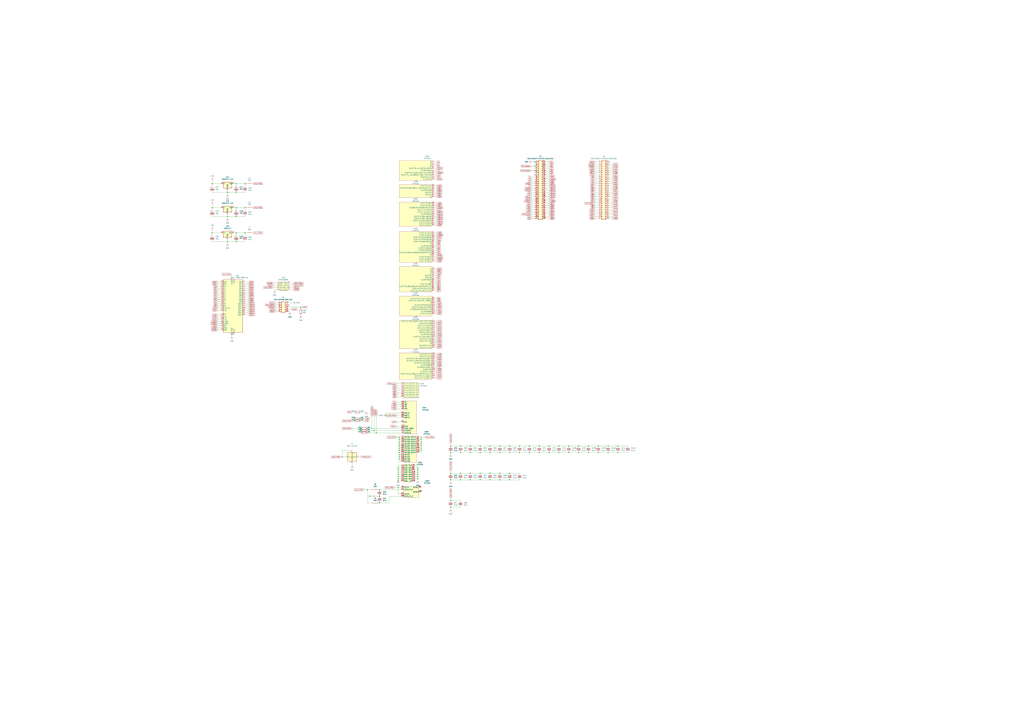
<source format=kicad_sch>
(kicad_sch (version 20211123) (generator eeschema)
  (paper "A0")
  (junction (at 706.12 518.16))
  (junction (at 591.82 549.91))
  (junction (at 463.55 528.32))
  (junction (at 485.14 546.1))
  (junction (at 246.38 270.51))
  (junction (at 621.03 187.96))
  (junction (at 523.24 557.53))
  (junction (at 568.96 525.78))
  (junction (at 557.53 557.53))
  (junction (at 463.55 523.24))
  (junction (at 463.55 533.4))
  (junction (at 463.55 508))
  (junction (at 431.8 497.84))
  (junction (at 462.28 556.26))
  (junction (at 463.55 513.08))
  (junction (at 463.55 510.54))
  (junction (at 488.95 515.62))
  (junction (at 523.24 581.66))
  (junction (at 580.39 525.78))
  (junction (at 603.25 525.78))
  (junction (at 246.38 241.3))
  (junction (at 397.51 530.86))
  (junction (at 557.53 525.78))
  (junction (at 485.14 556.26))
  (junction (at 448.31 482.6))
  (junction (at 264.16 223.52))
  (junction (at 463.55 515.62))
  (junction (at 274.32 251.46))
  (junction (at 462.28 553.72))
  (junction (at 546.1 549.91))
  (junction (at 523.24 525.78))
  (junction (at 580.39 557.53))
  (junction (at 614.68 518.16))
  (junction (at 284.48 213.36))
  (junction (at 440.69 584.2))
  (junction (at 546.1 518.16))
  (junction (at 436.88 502.92))
  (junction (at 626.11 518.16))
  (junction (at 621.03 193.04))
  (junction (at 264.16 280.67))
  (junction (at 694.69 518.16))
  (junction (at 488.95 520.7))
  (junction (at 488.95 523.24))
  (junction (at 683.26 525.78))
  (junction (at 419.1 497.84))
  (junction (at 440.69 576.58))
  (junction (at 462.28 543.56))
  (junction (at 683.26 518.16))
  (junction (at 660.4 525.78))
  (junction (at 603.25 518.16))
  (junction (at 648.97 518.16))
  (junction (at 264.16 251.46))
  (junction (at 621.03 198.12))
  (junction (at 462.28 551.18))
  (junction (at 568.96 549.91))
  (junction (at 426.72 568.96))
  (junction (at 671.83 518.16))
  (junction (at 462.28 546.1))
  (junction (at 269.24 388.62))
  (junction (at 546.1 557.53))
  (junction (at 274.32 270.51))
  (junction (at 626.11 525.78))
  (junction (at 580.39 549.91))
  (junction (at 523.24 589.28))
  (junction (at 463.55 520.7))
  (junction (at 557.53 518.16))
  (junction (at 591.82 518.16))
  (junction (at 568.96 518.16))
  (junction (at 717.55 525.78))
  (junction (at 534.67 525.78))
  (junction (at 557.53 549.91))
  (junction (at 534.67 518.16))
  (junction (at 671.83 525.78))
  (junction (at 660.4 518.16))
  (junction (at 614.68 525.78))
  (junction (at 568.96 557.53))
  (junction (at 485.14 543.56))
  (junction (at 269.24 322.58))
  (junction (at 523.24 549.91))
  (junction (at 463.55 525.78))
  (junction (at 580.39 518.16))
  (junction (at 534.67 549.91))
  (junction (at 706.12 525.78))
  (junction (at 485.14 553.72))
  (junction (at 637.54 525.78))
  (junction (at 246.38 213.36))
  (junction (at 274.32 213.36))
  (junction (at 648.97 525.78))
  (junction (at 488.95 518.16))
  (junction (at 523.24 518.16))
  (junction (at 485.14 548.64))
  (junction (at 546.1 525.78))
  (junction (at 349.25 356.87))
  (junction (at 488.95 508))
  (junction (at 274.32 223.52))
  (junction (at 591.82 525.78))
  (junction (at 717.55 518.16))
  (junction (at 463.55 530.86))
  (junction (at 440.69 568.96))
  (junction (at 274.32 280.67))
  (junction (at 488.95 513.08))
  (junction (at 694.69 525.78))
  (junction (at 434.34 500.38))
  (junction (at 284.48 241.3))
  (junction (at 419.1 500.38))
  (junction (at 463.55 518.16))
  (junction (at 485.14 551.18))
  (junction (at 534.67 557.53))
  (junction (at 462.28 566.42))
  (junction (at 284.48 270.51))
  (junction (at 488.95 510.54))
  (junction (at 411.48 488.95))
  (junction (at 462.28 558.8))
  (junction (at 274.32 241.3))
  (junction (at 591.82 557.53))
  (junction (at 637.54 518.16))
  (junction (at 462.28 548.64))
  (no_connect (at 621.03 203.2))
  (no_connect (at 481.33 558.8))
  (no_connect (at 335.28 354.33))
  (no_connect (at 707.39 187.96))
  (wire (pts (xy 504.19 259.08) (xy 506.73 259.08)))
  (wire (pts (xy 621.03 187.96) (xy 621.03 190.5)))
  (wire (pts (xy 504.19 241.3) (xy 506.73 241.3)))
  (wire (pts (xy 274.32 270.51) (xy 284.48 270.51)))
  (wire (pts (xy 690.88 254) (xy 694.69 254)))
  (wire (pts (xy 504.19 431.8) (xy 506.73 431.8)))
  (wire (pts (xy 252.73 353.06) (xy 256.54 353.06)))
  (wire (pts (xy 690.88 203.2) (xy 694.69 203.2)))
  (wire (pts (xy 591.82 525.78) (xy 603.25 525.78)))
  (wire (pts (xy 504.19 337.82) (xy 506.73 337.82)))
  (wire (pts (xy 463.55 535.94) (xy 466.09 535.94)))
  (wire (pts (xy 448.31 482.6) (xy 448.31 480.06)))
  (wire (pts (xy 284.48 270.51) (xy 285.75 270.51)))
  (wire (pts (xy 252.73 375.92) (xy 256.54 375.92)))
  (wire (pts (xy 486.41 520.7) (xy 488.95 520.7)))
  (wire (pts (xy 690.88 193.04) (xy 694.69 193.04)))
  (wire (pts (xy 504.19 228.6) (xy 506.73 228.6)))
  (wire (pts (xy 408.94 538.48) (xy 408.94 541.02)))
  (wire (pts (xy 448.31 485.14) (xy 448.31 482.6)))
  (wire (pts (xy 284.48 363.22) (xy 288.29 363.22)))
  (wire (pts (xy 284.48 332.74) (xy 288.29 332.74)))
  (wire (pts (xy 462.28 541.02) (xy 462.28 543.56)))
  (wire (pts (xy 252.73 332.74) (xy 256.54 332.74)))
  (wire (pts (xy 504.19 290.83) (xy 506.73 290.83)))
  (wire (pts (xy 617.22 213.36) (xy 621.03 213.36)))
  (wire (pts (xy 504.19 254) (xy 506.73 254)))
  (wire (pts (xy 419.1 478.79) (xy 425.45 478.79)))
  (wire (pts (xy 504.19 359.41) (xy 506.73 359.41)))
  (wire (pts (xy 284.48 241.3) (xy 284.48 243.84)))
  (wire (pts (xy 284.48 345.44) (xy 288.29 345.44)))
  (wire (pts (xy 488.95 520.7) (xy 488.95 518.16)))
  (wire (pts (xy 504.19 203.2) (xy 506.73 203.2)))
  (wire (pts (xy 633.73 198.12) (xy 637.54 198.12)))
  (wire (pts (xy 463.55 515.62) (xy 463.55 518.16)))
  (wire (pts (xy 633.73 210.82) (xy 637.54 210.82)))
  (wire (pts (xy 504.19 312.42) (xy 506.73 312.42)))
  (wire (pts (xy 252.73 337.82) (xy 256.54 337.82)))
  (wire (pts (xy 633.73 231.14) (xy 637.54 231.14)))
  (wire (pts (xy 626.11 518.16) (xy 637.54 518.16)))
  (wire (pts (xy 434.34 483.87) (xy 434.34 500.38)))
  (wire (pts (xy 461.01 450.85) (xy 466.09 450.85)))
  (wire (pts (xy 335.28 351.79) (xy 340.36 351.79)))
  (wire (pts (xy 462.28 556.26) (xy 462.28 558.8)))
  (wire (pts (xy 504.19 388.62) (xy 506.73 388.62)))
  (wire (pts (xy 504.19 361.95) (xy 506.73 361.95)))
  (wire (pts (xy 461.01 508) (xy 463.55 508)))
  (wire (pts (xy 481.33 551.18) (xy 485.14 551.18)))
  (wire (pts (xy 633.73 195.58) (xy 637.54 195.58)))
  (wire (pts (xy 335.28 359.41) (xy 337.82 359.41)))
  (wire (pts (xy 463.55 533.4) (xy 463.55 535.94)))
  (wire (pts (xy 408.94 497.84) (xy 419.1 497.84)))
  (wire (pts (xy 504.19 383.54) (xy 506.73 383.54)))
  (wire (pts (xy 252.73 378.46) (xy 256.54 378.46)))
  (wire (pts (xy 504.19 434.34) (xy 506.73 434.34)))
  (wire (pts (xy 617.22 228.6) (xy 621.03 228.6)))
  (wire (pts (xy 435.61 576.58) (xy 440.69 576.58)))
  (wire (pts (xy 568.96 518.16) (xy 580.39 518.16)))
  (wire (pts (xy 617.22 193.04) (xy 621.03 193.04)))
  (wire (pts (xy 504.19 283.21) (xy 506.73 283.21)))
  (wire (pts (xy 317.5 334.01) (xy 321.31 334.01)))
  (wire (pts (xy 320.04 356.87) (xy 322.58 356.87)))
  (wire (pts (xy 707.39 243.84) (xy 711.2 243.84)))
  (wire (pts (xy 621.03 198.12) (xy 621.03 200.66)))
  (wire (pts (xy 690.88 205.74) (xy 694.69 205.74)))
  (wire (pts (xy 546.1 518.16) (xy 557.53 518.16)))
  (wire (pts (xy 557.53 557.53) (xy 568.96 557.53)))
  (wire (pts (xy 264.16 251.46) (xy 264.16 248.92)))
  (wire (pts (xy 637.54 525.78) (xy 648.97 525.78)))
  (wire (pts (xy 264.16 223.52) (xy 264.16 220.98)))
  (wire (pts (xy 633.73 190.5) (xy 637.54 190.5)))
  (wire (pts (xy 486.41 523.24) (xy 488.95 523.24)))
  (wire (pts (xy 504.19 295.91) (xy 506.73 295.91)))
  (wire (pts (xy 633.73 205.74) (xy 637.54 205.74)))
  (wire (pts (xy 546.1 525.78) (xy 557.53 525.78)))
  (wire (pts (xy 485.14 548.64) (xy 485.14 551.18)))
  (wire (pts (xy 252.73 360.68) (xy 256.54 360.68)))
  (wire (pts (xy 504.19 303.53) (xy 506.73 303.53)))
  (wire (pts (xy 488.95 523.24) (xy 488.95 520.7)))
  (wire (pts (xy 617.22 208.28) (xy 621.03 208.28)))
  (wire (pts (xy 269.24 388.62) (xy 271.78 388.62)))
  (wire (pts (xy 707.39 215.9) (xy 711.2 215.9)))
  (wire (pts (xy 466.09 485.14) (xy 448.31 485.14)))
  (wire (pts (xy 488.95 508) (xy 492.76 508)))
  (wire (pts (xy 463.55 520.7) (xy 466.09 520.7)))
  (wire (pts (xy 690.88 218.44) (xy 694.69 218.44)))
  (wire (pts (xy 481.33 543.56) (xy 485.14 543.56)))
  (wire (pts (xy 591.82 549.91) (xy 603.25 549.91)))
  (wire (pts (xy 274.32 241.3) (xy 284.48 241.3)))
  (wire (pts (xy 707.39 238.76) (xy 711.2 238.76)))
  (wire (pts (xy 488.95 510.54) (xy 488.95 508)))
  (wire (pts (xy 461.01 495.3) (xy 466.09 495.3)))
  (wire (pts (xy 707.39 246.38) (xy 711.2 246.38)))
  (wire (pts (xy 504.19 236.22) (xy 506.73 236.22)))
  (wire (pts (xy 617.22 248.92) (xy 621.03 248.92)))
  (wire (pts (xy 707.39 226.06) (xy 711.2 226.06)))
  (wire (pts (xy 690.88 187.96) (xy 694.69 187.96)))
  (wire (pts (xy 504.19 375.92) (xy 506.73 375.92)))
  (wire (pts (xy 416.56 530.86) (xy 419.1 530.86)))
  (wire (pts (xy 271.78 241.3) (xy 274.32 241.3)))
  (wire (pts (xy 504.19 381) (xy 506.73 381)))
  (wire (pts (xy 534.67 549.91) (xy 546.1 549.91)))
  (wire (pts (xy 462.28 546.1) (xy 462.28 548.64)))
  (wire (pts (xy 419.1 497.84) (xy 419.1 500.38)))
  (wire (pts (xy 504.19 393.7) (xy 506.73 393.7)))
  (wire (pts (xy 481.33 541.02) (xy 485.14 541.02)))
  (wire (pts (xy 523.24 581.66) (xy 534.67 581.66)))
  (wire (pts (xy 504.19 327.66) (xy 506.73 327.66)))
  (wire (pts (xy 452.12 576.58) (xy 452.12 584.2)))
  (wire (pts (xy 462.28 546.1) (xy 466.09 546.1)))
  (wire (pts (xy 462.28 543.56) (xy 462.28 546.1)))
  (wire (pts (xy 617.22 205.74) (xy 621.03 205.74)))
  (wire (pts (xy 504.19 396.24) (xy 506.73 396.24)))
  (wire (pts (xy 617.22 198.12) (xy 621.03 198.12)))
  (wire (pts (xy 617.22 210.82) (xy 621.03 210.82)))
  (wire (pts (xy 488.95 513.08) (xy 488.95 510.54)))
  (wire (pts (xy 633.73 238.76) (xy 637.54 238.76)))
  (wire (pts (xy 246.38 270.51) (xy 256.54 270.51)))
  (wire (pts (xy 523.24 547.37) (xy 523.24 549.91)))
  (wire (pts (xy 617.22 226.06) (xy 621.03 226.06)))
  (wire (pts (xy 284.48 335.28) (xy 288.29 335.28)))
  (wire (pts (xy 504.19 330.2) (xy 506.73 330.2)))
  (wire (pts (xy 463.55 520.7) (xy 463.55 523.24)))
  (wire (pts (xy 397.51 530.86) (xy 401.32 530.86)))
  (wire (pts (xy 617.22 215.9) (xy 621.03 215.9)))
  (wire (pts (xy 246.38 251.46) (xy 264.16 251.46)))
  (wire (pts (xy 504.19 436.88) (xy 506.73 436.88)))
  (wire (pts (xy 707.39 223.52) (xy 711.2 223.52)))
  (wire (pts (xy 690.88 213.36) (xy 694.69 213.36)))
  (wire (pts (xy 252.73 347.98) (xy 256.54 347.98)))
  (wire (pts (xy 504.19 346.71) (xy 506.73 346.71)))
  (wire (pts (xy 426.72 584.2) (xy 426.72 568.96)))
  (wire (pts (xy 504.19 414.02) (xy 506.73 414.02)))
  (wire (pts (xy 486.41 518.16) (xy 488.95 518.16)))
  (wire (pts (xy 463.55 523.24) (xy 463.55 525.78)))
  (wire (pts (xy 504.19 398.78) (xy 506.73 398.78)))
  (wire (pts (xy 633.73 223.52) (xy 637.54 223.52)))
  (wire (pts (xy 431.8 483.87) (xy 431.8 497.84)))
  (wire (pts (xy 397.51 523.24) (xy 408.94 523.24)))
  (wire (pts (xy 504.19 218.44) (xy 506.73 218.44)))
  (wire (pts (xy 633.73 236.22) (xy 637.54 236.22)))
  (wire (pts (xy 617.22 187.96) (xy 621.03 187.96)))
  (wire (pts (xy 264.16 280.67) (xy 264.16 283.21)))
  (wire (pts (xy 461.01 455.93) (xy 466.09 455.93)))
  (wire (pts (xy 284.48 337.82) (xy 288.29 337.82)))
  (wire (pts (xy 485.14 543.56) (xy 485.14 546.1)))
  (wire (pts (xy 462.28 551.18) (xy 462.28 553.72)))
  (wire (pts (xy 546.1 557.53) (xy 557.53 557.53)))
  (wire (pts (xy 440.69 568.96) (xy 466.09 568.96)))
  (wire (pts (xy 633.73 226.06) (xy 637.54 226.06)))
  (wire (pts (xy 485.14 553.72) (xy 485.14 556.26)))
  (wire (pts (xy 252.73 365.76) (xy 256.54 365.76)))
  (wire (pts (xy 466.09 541.02) (xy 462.28 541.02)))
  (wire (pts (xy 690.88 231.14) (xy 694.69 231.14)))
  (wire (pts (xy 546.1 549.91) (xy 557.53 549.91)))
  (wire (pts (xy 504.19 325.12) (xy 506.73 325.12)))
  (wire (pts (xy 485.14 541.02) (xy 485.14 543.56)))
  (wire (pts (xy 504.19 356.87) (xy 506.73 356.87)))
  (wire (pts (xy 318.77 336.55) (xy 321.31 336.55)))
  (wire (pts (xy 617.22 236.22) (xy 621.03 236.22)))
  (wire (pts (xy 320.04 354.33) (xy 322.58 354.33)))
  (wire (pts (xy 504.19 248.92) (xy 506.73 248.92)))
  (wire (pts (xy 439.42 568.96) (xy 440.69 568.96)))
  (wire (pts (xy 504.19 256.54) (xy 506.73 256.54)))
  (wire (pts (xy 504.19 246.38) (xy 506.73 246.38)))
  (wire (pts (xy 463.55 533.4) (xy 466.09 533.4)))
  (wire (pts (xy 633.73 187.96) (xy 637.54 187.96)))
  (wire (pts (xy 466.09 576.58) (xy 452.12 576.58)))
  (wire (pts (xy 284.48 327.66) (xy 288.29 327.66)))
  (wire (pts (xy 694.69 518.16) (xy 706.12 518.16)))
  (wire (pts (xy 463.55 530.86) (xy 466.09 530.86)))
  (wire (pts (xy 271.78 213.36) (xy 274.32 213.36)))
  (wire (pts (xy 690.88 228.6) (xy 694.69 228.6)))
  (wire (pts (xy 557.53 518.16) (xy 568.96 518.16)))
  (wire (pts (xy 336.55 334.01) (xy 340.36 334.01)))
  (wire (pts (xy 486.41 510.54) (xy 488.95 510.54)))
  (wire (pts (xy 252.73 358.14) (xy 256.54 358.14)))
  (wire (pts (xy 284.48 241.3) (xy 285.75 241.3)))
  (wire (pts (xy 504.19 285.75) (xy 506.73 285.75)))
  (wire (pts (xy 504.19 378.46) (xy 506.73 378.46)))
  (wire (pts (xy 504.19 419.1) (xy 506.73 419.1)))
  (wire (pts (xy 336.55 336.55) (xy 340.36 336.55)))
  (wire (pts (xy 633.73 218.44) (xy 637.54 218.44)))
  (wire (pts (xy 690.88 233.68) (xy 694.69 233.68)))
  (wire (pts (xy 707.39 220.98) (xy 711.2 220.98)))
  (wire (pts (xy 269.24 322.58) (xy 271.78 322.58)))
  (wire (pts (xy 426.72 497.84) (xy 431.8 497.84)))
  (wire (pts (xy 463.55 510.54) (xy 466.09 510.54)))
  (wire (pts (xy 463.55 523.24) (xy 466.09 523.24)))
  (wire (pts (xy 488.95 525.78) (xy 488.95 523.24)))
  (wire (pts (xy 504.19 208.28) (xy 506.73 208.28)))
  (wire (pts (xy 633.73 243.84) (xy 637.54 243.84)))
  (wire (pts (xy 633.73 208.28) (xy 637.54 208.28)))
  (wire (pts (xy 690.88 243.84) (xy 694.69 243.84)))
  (wire (pts (xy 568.96 549.91) (xy 580.39 549.91)))
  (wire (pts (xy 246.38 241.3) (xy 256.54 241.3)))
  (wire (pts (xy 707.39 200.66) (xy 711.2 200.66)))
  (wire (pts (xy 252.73 350.52) (xy 256.54 350.52)))
  (wire (pts (xy 317.5 331.47) (xy 321.31 331.47)))
  (wire (pts (xy 504.19 386.08) (xy 506.73 386.08)))
  (wire (pts (xy 633.73 213.36) (xy 637.54 213.36)))
  (wire (pts (xy 481.33 548.64) (xy 485.14 548.64)))
  (wire (pts (xy 349.25 358.14) (xy 349.25 356.87)))
  (wire (pts (xy 690.88 210.82) (xy 694.69 210.82)))
  (wire (pts (xy 671.83 525.78) (xy 683.26 525.78)))
  (wire (pts (xy 504.19 411.48) (xy 506.73 411.48)))
  (wire (pts (xy 633.73 200.66) (xy 637.54 200.66)))
  (wire (pts (xy 504.19 351.79) (xy 506.73 351.79)))
  (wire (pts (xy 461.01 472.44) (xy 466.09 472.44)))
  (wire (pts (xy 481.33 556.26) (xy 485.14 556.26)))
  (wire (pts (xy 486.41 508) (xy 488.95 508)))
  (wire (pts (xy 284.48 350.52) (xy 288.29 350.52)))
  (wire (pts (xy 246.38 213.36) (xy 256.54 213.36)))
  (wire (pts (xy 458.47 566.42) (xy 462.28 566.42)))
  (wire (pts (xy 274.32 213.36) (xy 284.48 213.36)))
  (wire (pts (xy 411.48 486.41) (xy 411.48 488.95)))
  (wire (pts (xy 580.39 549.91) (xy 591.82 549.91)))
  (wire (pts (xy 504.19 439.42) (xy 506.73 439.42)))
  (wire (pts (xy 426.72 568.96) (xy 431.8 568.96)))
  (wire (pts (xy 320.04 359.41) (xy 322.58 359.41)))
  (wire (pts (xy 461.01 474.98) (xy 466.09 474.98)))
  (wire (pts (xy 461.01 490.22) (xy 466.09 490.22)))
  (wire (pts (xy 320.04 351.79) (xy 322.58 351.79)))
  (wire (pts (xy 557.53 525.78) (xy 568.96 525.78)))
  (wire (pts (xy 463.55 508) (xy 463.55 510.54)))
  (wire (pts (xy 504.19 424.18) (xy 506.73 424.18)))
  (wire (pts (xy 617.22 251.46) (xy 621.03 251.46)))
  (wire (pts (xy 504.19 226.06) (xy 506.73 226.06)))
  (wire (pts (xy 462.28 548.64) (xy 462.28 551.18)))
  (wire (pts (xy 504.19 426.72) (xy 506.73 426.72)))
  (wire (pts (xy 271.78 270.51) (xy 274.32 270.51)))
  (wire (pts (xy 504.19 200.66) (xy 506.73 200.66)))
  (wire (pts (xy 463.55 518.16) (xy 466.09 518.16)))
  (wire (pts (xy 504.19 280.67) (xy 506.73 280.67)))
  (wire (pts (xy 481.33 553.72) (xy 485.14 553.72)))
  (wire (pts (xy 269.24 388.62) (xy 269.24 391.16)))
  (wire (pts (xy 690.88 248.92) (xy 694.69 248.92)))
  (wire (pts (xy 504.19 288.29) (xy 506.73 288.29)))
  (wire (pts (xy 523.24 515.62) (xy 523.24 518.16)))
  (wire (pts (xy 591.82 557.53) (xy 603.25 557.53)))
  (wire (pts (xy 488.95 518.16) (xy 488.95 515.62)))
  (wire (pts (xy 461.01 482.6) (xy 466.09 482.6)))
  (wire (pts (xy 284.48 365.76) (xy 288.29 365.76)))
  (wire (pts (xy 504.19 243.84) (xy 506.73 243.84)))
  (wire (pts (xy 284.48 330.2) (xy 288.29 330.2)))
  (wire (pts (xy 336.55 361.95) (xy 336.55 363.22)))
  (wire (pts (xy 396.24 530.86) (xy 397.51 530.86)))
  (wire (pts (xy 707.39 218.44) (xy 711.2 218.44)))
  (wire (pts (xy 707.39 210.82) (xy 711.2 210.82)))
  (wire (pts (xy 463.55 513.08) (xy 463.55 515.62)))
  (wire (pts (xy 462.28 551.18) (xy 466.09 551.18)))
  (wire (pts (xy 246.38 280.67) (xy 264.16 280.67)))
  (wire (pts (xy 461.01 467.36) (xy 466.09 467.36)))
  (wire (pts (xy 706.12 518.16) (xy 717.55 518.16)))
  (wire (pts (xy 504.19 332.74) (xy 506.73 332.74)))
  (wire (pts (xy 690.88 198.12) (xy 694.69 198.12)))
  (wire (pts (xy 683.26 518.16) (xy 694.69 518.16)))
  (wire (pts (xy 690.88 200.66) (xy 694.69 200.66)))
  (wire (pts (xy 504.19 275.59) (xy 506.73 275.59)))
  (wire (pts (xy 707.39 251.46) (xy 711.2 251.46)))
  (wire (pts (xy 683.26 525.78) (xy 694.69 525.78)))
  (wire (pts (xy 463.55 510.54) (xy 463.55 513.08)))
  (wire (pts (xy 633.73 220.98) (xy 637.54 220.98)))
  (wire (pts (xy 690.88 195.58) (xy 694.69 195.58)))
  (wire (pts (xy 626.11 525.78) (xy 637.54 525.78)))
  (wire (pts (xy 419.1 500.38) (xy 419.1 502.92)))
  (wire (pts (xy 633.73 203.2) (xy 637.54 203.2)))
  (wire (pts (xy 523.24 525.78) (xy 523.24 528.32)))
  (wire (pts (xy 504.19 193.04) (xy 506.73 193.04)))
  (wire (pts (xy 463.55 528.32) (xy 466.09 528.32)))
  (wire (pts (xy 264.16 280.67) (xy 274.32 280.67)))
  (wire (pts (xy 523.24 525.78) (xy 534.67 525.78)))
  (wire (pts (xy 504.19 220.98) (xy 506.73 220.98)))
  (wire (pts (xy 707.39 213.36) (xy 711.2 213.36)))
  (wire (pts (xy 488.95 515.62) (xy 488.95 513.08)))
  (wire (pts (xy 485.14 556.26) (xy 485.14 558.8)))
  (wire (pts (xy 284.48 358.14) (xy 288.29 358.14)))
  (wire (pts (xy 504.19 238.76) (xy 506.73 238.76)))
  (wire (pts (xy 252.73 355.6) (xy 256.54 355.6)))
  (wire (pts (xy 264.16 223.52) (xy 274.32 223.52)))
  (wire (pts (xy 707.39 228.6) (xy 711.2 228.6)))
  (wire (pts (xy 246.38 243.84) (xy 246.38 241.3)))
  (wire (pts (xy 462.28 558.8) (xy 466.09 558.8)))
  (wire (pts (xy 633.73 193.04) (xy 637.54 193.04)))
  (wire (pts (xy 486.41 515.62) (xy 488.95 515.62)))
  (wire (pts (xy 264.16 251.46) (xy 264.16 254)))
  (wire (pts (xy 690.88 226.06) (xy 694.69 226.06)))
  (wire (pts (xy 504.19 364.49) (xy 506.73 364.49)))
  (wire (pts (xy 252.73 373.38) (xy 256.54 373.38)))
  (wire (pts (xy 504.19 223.52) (xy 506.73 223.52)))
  (wire (pts (xy 504.19 293.37) (xy 506.73 293.37)))
  (wire (pts (xy 523.24 589.28) (xy 523.24 591.82)))
  (wire (pts (xy 580.39 518.16) (xy 591.82 518.16)))
  (wire (pts (xy 504.19 317.5) (xy 506.73 317.5)))
  (wire (pts (xy 707.39 198.12) (xy 711.2 198.12)))
  (wire (pts (xy 523.24 549.91) (xy 534.67 549.91)))
  (wire (pts (xy 419.1 486.41) (xy 422.91 486.41)))
  (wire (pts (xy 504.19 314.96) (xy 506.73 314.96)))
  (wire (pts (xy 463.55 525.78) (xy 466.09 525.78)))
  (wire (pts (xy 648.97 518.16) (xy 660.4 518.16)))
  (wire (pts (xy 534.67 525.78) (xy 546.1 525.78)))
  (wire (pts (xy 690.88 241.3) (xy 694.69 241.3)))
  (wire (pts (xy 690.88 238.76) (xy 694.69 238.76)))
  (wire (pts (xy 349.25 365.76) (xy 349.25 367.03)))
  (wire (pts (xy 274.32 215.9) (xy 274.32 213.36)))
  (wire (pts (xy 448.31 480.06) (xy 466.09 480.06)))
  (wire (pts (xy 252.73 335.28) (xy 256.54 335.28)))
  (wire (pts (xy 633.73 241.3) (xy 637.54 241.3)))
  (wire (pts (xy 408.94 488.95) (xy 411.48 488.95)))
  (wire (pts (xy 633.73 251.46) (xy 637.54 251.46)))
  (wire (pts (xy 504.19 215.9) (xy 506.73 215.9)))
  (wire (pts (xy 252.73 340.36) (xy 256.54 340.36)))
  (wire (pts (xy 408.94 478.79) (xy 411.48 478.79)))
  (wire (pts (xy 274.32 223.52) (xy 284.48 223.52)))
  (wire (pts (xy 274.32 273.05) (xy 274.32 270.51)))
  (wire (pts (xy 504.19 270.51) (xy 506.73 270.51)))
  (wire (pts (xy 252.73 381) (xy 256.54 381)))
  (wire (pts (xy 252.73 383.54) (xy 256.54 383.54)))
  (wire (pts (xy 617.22 246.38) (xy 621.03 246.38)))
  (wire (pts (xy 591.82 518.16) (xy 603.25 518.16)))
  (wire (pts (xy 452.12 584.2) (xy 440.69 584.2)))
  (wire (pts (xy 690.88 246.38) (xy 694.69 246.38)))
  (wire (pts (xy 660.4 525.78) (xy 671.83 525.78)))
  (wire (pts (xy 504.19 205.74) (xy 506.73 205.74)))
  (wire (pts (xy 633.73 248.92) (xy 637.54 248.92)))
  (wire (pts (xy 617.22 220.98) (xy 621.03 220.98)))
  (wire (pts (xy 707.39 190.5) (xy 711.2 190.5)))
  (wire (pts (xy 463.55 530.86) (xy 463.55 533.4)))
  (wire (pts (xy 504.19 273.05) (xy 506.73 273.05)))
  (wire (pts (xy 617.22 243.84) (xy 621.03 243.84)))
  (wire (pts (xy 461.01 453.39) (xy 466.09 453.39)))
  (wire (pts (xy 264.16 251.46) (xy 274.32 251.46)))
  (wire (pts (xy 504.19 298.45) (xy 506.73 298.45)))
  (wire (pts (xy 706.12 525.78) (xy 717.55 525.78)))
  (wire (pts (xy 284.48 353.06) (xy 288.29 353.06)))
  (wire (pts (xy 284.48 270.51) (xy 284.48 273.05)))
  (wire (pts (xy 246.38 209.55) (xy 246.38 213.36)))
  (wire (pts (xy 463.55 508) (xy 466.09 508)))
  (wire (pts (xy 633.73 228.6) (xy 637.54 228.6)))
  (wire (pts (xy 246.38 215.9) (xy 246.38 213.36)))
  (wire (pts (xy 557.53 549.91) (xy 568.96 549.91)))
  (wire (pts (xy 336.55 328.93) (xy 340.36 328.93)))
  (wire (pts (xy 707.39 193.04) (xy 711.2 193.04)))
  (wire (pts (xy 461.01 469.9) (xy 466.09 469.9)))
  (wire (pts (xy 534.67 557.53) (xy 546.1 557.53)))
  (wire (pts (xy 633.73 246.38) (xy 637.54 246.38)))
  (wire (pts (xy 717.55 518.16) (xy 728.98 518.16)))
  (wire (pts (xy 246.38 273.05) (xy 246.38 270.51)))
  (wire (pts (xy 466.09 574.04) (xy 462.28 574.04)))
  (wire (pts (xy 431.8 584.2) (xy 426.72 584.2)))
  (wire (pts (xy 523.24 579.12) (xy 523.24 581.66)))
  (wire (pts (xy 568.96 525.78) (xy 580.39 525.78)))
  (wire (pts (xy 335.28 356.87) (xy 349.25 356.87)))
  (wire (pts (xy 633.73 254) (xy 637.54 254)))
  (wire (pts (xy 436.88 483.87) (xy 436.88 502.92)))
  (wire (pts (xy 397.51 530.86) (xy 397.51 523.24)))
  (wire (pts (xy 690.88 220.98) (xy 694.69 220.98)))
  (wire (pts (xy 707.39 248.92) (xy 711.2 248.92)))
  (wire (pts (xy 252.73 330.2) (xy 256.54 330.2)))
  (wire (pts (xy 461.01 461.01) (xy 466.09 461.01)))
  (wire (pts (xy 707.39 231.14) (xy 711.2 231.14)))
  (wire (pts (xy 462.28 553.72) (xy 462.28 556.26)))
  (wire (pts (xy 504.19 373.38) (xy 506.73 373.38)))
  (wire (pts (xy 284.48 360.68) (xy 288.29 360.68)))
  (wire (pts (xy 504.19 401.32) (xy 506.73 401.32)))
  (wire (pts (xy 252.73 368.3) (xy 256.54 368.3)))
  (wire (pts (xy 694.69 525.78) (xy 706.12 525.78)))
  (wire (pts (xy 349.25 356.87) (xy 350.52 356.87)))
  (wire (pts (xy 463.55 525.78) (xy 463.55 528.32)))
  (wire (pts (xy 274.32 251.46) (xy 284.48 251.46)))
  (wire (pts (xy 617.22 231.14) (xy 621.03 231.14)))
  (wire (pts (xy 504.19 391.16) (xy 506.73 391.16)))
  (wire (pts (xy 284.48 213.36) (xy 285.75 213.36)))
  (wire (pts (xy 707.39 233.68) (xy 711.2 233.68)))
  (wire (pts (xy 504.19 429.26) (xy 506.73 429.26)))
  (wire (pts (xy 617.22 223.52) (xy 621.03 223.52)))
  (wire (pts (xy 707.39 195.58) (xy 711.2 195.58)))
  (wire (pts (xy 461.01 458.47) (xy 466.09 458.47)))
  (wire (pts (xy 690.88 223.52) (xy 694.69 223.52)))
  (wire (pts (xy 707.39 254) (xy 711.2 254)))
  (wire (pts (xy 422.91 568.96) (xy 426.72 568.96)))
  (wire (pts (xy 426.72 502.92) (xy 436.88 502.92)))
  (wire (pts (xy 621.03 193.04) (xy 621.03 195.58)))
  (wire (pts (xy 284.48 213.36) (xy 284.48 215.9)))
  (wire (pts (xy 269.24 322.58) (xy 269.24 318.77)))
  (wire (pts (xy 436.88 502.92) (xy 466.09 502.92)))
  (wire (pts (xy 463.55 528.32) (xy 463.55 530.86)))
  (wire (pts (xy 284.48 340.36) (xy 288.29 340.36)))
  (wire (pts (xy 246.38 237.49) (xy 246.38 241.3)))
  (wire (pts (xy 504.19 251.46) (xy 506.73 251.46)))
  (wire (pts (xy 534.67 518.16) (xy 546.1 518.16)))
  (wire (pts (xy 580.39 557.53) (xy 591.82 557.53)))
  (wire (pts (xy 252.73 370.84) (xy 256.54 370.84)))
  (wire (pts (xy 690.88 215.9) (xy 694.69 215.9)))
  (wire (pts (xy 461.01 448.31) (xy 466.09 448.31)))
  (wire (pts (xy 648.97 525.78) (xy 660.4 525.78)))
  (wire (pts (xy 320.04 361.95) (xy 322.58 361.95)))
  (wire (pts (xy 504.19 416.56) (xy 506.73 416.56)))
  (wire (pts (xy 690.88 236.22) (xy 694.69 236.22)))
  (wire (pts (xy 419.1 488.95) (xy 422.91 488.95)))
  (wire (pts (xy 485.14 551.18) (xy 485.14 553.72)))
  (wire (pts (xy 463.55 513.08) (xy 466.09 513.08)))
  (wire (pts (xy 603.25 525.78) (xy 614.68 525.78)))
  (wire (pts (xy 523.24 589.28) (xy 534.67 589.28)))
  (wire (pts (xy 717.55 525.78) (xy 728.98 525.78)))
  (wire (pts (xy 707.39 236.22) (xy 711.2 236.22)))
  (wire (pts (xy 461.01 445.77) (xy 466.09 445.77)))
  (wire (pts (xy 284.48 342.9) (xy 288.29 342.9)))
  (wire (pts (xy 504.19 354.33) (xy 506.73 354.33)))
  (wire (pts (xy 614.68 525.78) (xy 626.11 525.78)))
  (wire (pts (xy 504.19 322.58) (xy 506.73 322.58)))
  (wire (pts (xy 439.42 584.2) (xy 440.69 584.2)))
  (wire (pts (xy 335.28 361.95) (xy 336.55 361.95)))
  (wire (pts (xy 504.19 198.12) (xy 506.73 198.12)))
  (wire (pts (xy 246.38 266.7) (xy 246.38 270.51)))
  (wire (pts (xy 485.14 546.1) (xy 485.14 548.64)))
  (wire (pts (xy 504.19 403.86) (xy 506.73 403.86)))
  (wire (pts (xy 568.96 557.53) (xy 580.39 557.53)))
  (wire (pts (xy 660.4 518.16) (xy 671.83 518.16)))
  (wire (pts (xy 504.19 190.5) (xy 506.73 190.5)))
  (wire (pts (xy 504.19 261.62) (xy 506.73 261.62)))
  (wire (pts (xy 504.19 278.13) (xy 506.73 278.13)))
  (wire (pts (xy 486.41 525.78) (xy 488.95 525.78)))
  (wire (pts (xy 317.5 328.93) (xy 321.31 328.93)))
  (wire (pts (xy 284.48 355.6) (xy 288.29 355.6)))
  (wire (pts (xy 504.19 195.58) (xy 506.73 195.58)))
  (wire (pts (xy 523.24 557.53) (xy 534.67 557.53)))
  (wire (pts (xy 633.73 233.68) (xy 637.54 233.68)))
  (wire (pts (xy 690.88 208.28) (xy 694.69 208.28)))
  (wire (pts (xy 504.19 335.28) (xy 506.73 335.28)))
  (wire (pts (xy 707.39 208.28) (xy 711.2 208.28)))
  (wire (pts (xy 504.19 300.99) (xy 506.73 300.99)))
  (wire (pts (xy 523.24 518.16) (xy 534.67 518.16)))
  (wire (pts (xy 431.8 497.84) (xy 466.09 497.84)))
  (wire (pts (xy 633.73 215.9) (xy 637.54 215.9)))
  (wire (pts (xy 617.22 241.3) (xy 621.03 241.3)))
  (wire (pts (xy 252.73 327.66) (xy 256.54 327.66)))
  (wire (pts (xy 486.41 513.08) (xy 488.95 513.08)))
  (wire (pts (xy 274.32 243.84) (xy 274.32 241.3)))
  (wire (pts (xy 523.24 557.53) (xy 523.24 560.07)))
  (wire (pts (xy 707.39 241.3) (xy 711.2 241.3)))
  (wire (pts (xy 504.19 421.64) (xy 506.73 421.64)))
  (wire (pts (xy 463.55 515.62) (xy 466.09 515.62)))
  (wire (pts (xy 580.39 525.78) (xy 591.82 525.78)))
  (wire (pts (xy 252.73 342.9) (xy 256.54 342.9)))
  (wire (pts (xy 707.39 205.74) (xy 711.2 205.74)))
  (wire (pts (xy 617.22 218.44) (xy 621.03 218.44)))
  (wire (pts (xy 603.25 518.16) (xy 614.68 518.16)))
  (wire (pts (xy 462.28 566.42) (xy 466.09 566.42)))
  (wire (pts (xy 463.55 518.16) (xy 463.55 520.7)))
  (wire (pts (xy 462.28 548.64) (xy 466.09 548.64)))
  (wire (pts (xy 462.28 556.26) (xy 466.09 556.26)))
  (wire (pts (xy 690.88 251.46) (xy 694.69 251.46)))
  (wire (pts (xy 284.48 347.98) (xy 288.29 347.98)))
  (wire (pts (xy 426.72 500.38) (xy 434.34 500.38)))
  (wire (pts (xy 617.22 254) (xy 621.03 254)))
  (wire (pts (xy 462.28 543.56) (xy 466.09 543.56)))
  (wire (pts (xy 264.16 223.52) (xy 264.16 226.06)))
  (wire (pts (xy 246.38 223.52) (xy 264.16 223.52)))
  (wire (pts (xy 504.19 349.25) (xy 506.73 349.25)))
  (wire (pts (xy 462.28 574.04) (xy 462.28 566.42)))
  (wire (pts (xy 481.33 546.1) (xy 485.14 546.1)))
  (wire (pts (xy 617.22 233.68) (xy 621.03 233.68)))
  (wire (pts (xy 637.54 518.16) (xy 648.97 518.16)))
  (wire (pts (xy 504.19 320.04) (xy 506.73 320.04)))
  (wire (pts (xy 274.32 280.67) (xy 284.48 280.67)))
  (wire (pts (xy 690.88 190.5) (xy 694.69 190.5)))
  (wire (pts (xy 617.22 238.76) (xy 621.03 238.76)))
  (wire (pts (xy 252.73 345.44) (xy 256.54 345.44)))
  (wire (pts (xy 614.68 518.16) (xy 626.11 518.16)))
  (wire (pts (xy 264.16 280.67) (xy 264.16 278.13)))
  (wire (pts (xy 707.39 203.2) (xy 711.2 203.2)))
  (wire (pts (xy 318.77 337.82) (xy 318.77 336.55)))
  (wire (pts (xy 671.83 518.16) (xy 683.26 518.16)))
  (wire (pts (xy 462.28 553.72) (xy 466.09 553.72)))
  (wire (pts (xy 504.19 187.96) (xy 506.73 187.96)))
  (wire (pts (xy 336.55 331.47) (xy 340.36 331.47)))
  (wire (pts (xy 434.34 500.38) (xy 466.09 500.38)))
  (global_label "A8" (shape input) (at 506.73 283.21 0) (property "Intersheet References" "${INTERSHEET_REFS}" (effects hide)))
  (global_label "3V3_FPGA" (shape input) (at 523.24 515.62 90) (property "Intersheet References" "${INTERSHEET_REFS}" (effects hide)))
  (global_label "TDO" (shape input) (at 617.22 243.84 180) (property "Intersheet References" "${INTERSHEET_REFS}" (effects hide)))
  (global_label "nCONF" (shape input) (at 320.04 356.87 180) (property "Intersheet References" "${INTERSHEET_REFS}" (effects hide)))
  (global_label "A9" (shape input) (at 506.73 280.67 0) (property "Intersheet References" "${INTERSHEET_REFS}" (effects hide)))
  (global_label "105" (shape input) (at 506.73 361.95 0) (property "Intersheet References" "${INTERSHEET_REFS}" (effects hide)))
  (global_label "A8" (shape input) (at 637.54 198.12 0) (property "Intersheet References" "${INTERSHEET_REFS}" (effects hide)))
  (global_label "112" (shape input) (at 711.2 246.38 0) (property "Intersheet References" "${INTERSHEET_REFS}" (effects hide)))
  (global_label "ASDO" (shape input) (at 506.73 195.58 0) (property "Intersheet References" "${INTERSHEET_REFS}" (effects hide)))
  (global_label "137" (shape input) (at 711.2 203.2 0) (property "Intersheet References" "${INTERSHEET_REFS}" (effects hide)))
  (global_label "DQ4" (shape input) (at 288.29 337.82 0) (property "Intersheet References" "${INTERSHEET_REFS}" (effects hide)))
  (global_label "111" (shape input) (at 506.73 375.92 0) (property "Intersheet References" "${INTERSHEET_REFS}" (effects hide)))
  (global_label "2" (shape input) (at 617.22 208.28 180) (property "Intersheet References" "${INTERSHEET_REFS}" (effects hide)))
  (global_label "100" (shape input) (at 506.73 351.79 0) (property "Intersheet References" "${INTERSHEET_REFS}" (effects hide)))
  (global_label "DQ1" (shape input) (at 288.29 330.2 0) (property "Intersheet References" "${INTERSHEET_REFS}" (effects hide)))
  (global_label "88" (shape input) (at 690.88 226.06 180) (property "Intersheet References" "${INTERSHEET_REFS}" (effects hide)))
  (global_label "DQ10" (shape input) (at 288.29 353.06 0) (property "Intersheet References" "${INTERSHEET_REFS}" (effects hide)))
  (global_label "DQ6" (shape input) (at 506.73 236.22 0) (property "Intersheet References" "${INTERSHEET_REFS}" (effects hide)))
  (global_label "DQ10" (shape input) (at 637.54 215.9 0) (property "Intersheet References" "${INTERSHEET_REFS}" (effects hide)))
  (global_label "110" (shape input) (at 711.2 251.46 0) (property "Intersheet References" "${INTERSHEET_REFS}" (effects hide)))
  (global_label "129" (shape input) (at 711.2 215.9 0) (property "Intersheet References" "${INTERSHEET_REFS}" (effects hide)))
  (global_label "A1" (shape input) (at 506.73 322.58 0) (property "Intersheet References" "${INTERSHEET_REFS}" (effects hide)))
  (global_label "A0" (shape input) (at 506.73 320.04 0) (property "Intersheet References" "${INTERSHEET_REFS}" (effects hide)))
  (global_label "NCSO" (shape input) (at 617.22 218.44 180) (property "Intersheet References" "${INTERSHEET_REFS}" (effects hide)))
  (global_label "DQ14" (shape input) (at 637.54 226.06 0) (property "Intersheet References" "${INTERSHEET_REFS}" (effects hide)))
  (global_label "111" (shape input) (at 711.2 248.92 0) (property "Intersheet References" "${INTERSHEET_REFS}" (effects hide)))
  (global_label "DQ9" (shape input) (at 288.29 350.52 0) (property "Intersheet References" "${INTERSHEET_REFS}" (effects hide)))
  (global_label "FPGA_CLK" (shape input) (at 419.1 530.86 0) (property "Intersheet References" "${INTERSHEET_REFS}" (effects hide)))
  (global_label "A1" (shape input) (at 252.73 335.28 180) (property "Intersheet References" "${INTERSHEET_REFS}" (effects hide)))
  (global_label "114" (shape input) (at 506.73 383.54 0) (property "Intersheet References" "${INTERSHEET_REFS}" (effects hide)))
  (global_label "CS#" (shape input) (at 506.73 303.53 0) (property "Intersheet References" "${INTERSHEET_REFS}" (effects hide)))
  (global_label "A11" (shape input) (at 637.54 203.2 0) (property "Intersheet References" "${INTERSHEET_REFS}" (effects hide)))
  (global_label "DQ8" (shape input) (at 288.29 347.98 0) (property "Intersheet References" "${INTERSHEET_REFS}" (effects hide)))
  (global_label "127" (shape input) (at 506.73 403.86 0) (property "Intersheet References" "${INTERSHEET_REFS}" (effects hide)))
  (global_label "TMS" (shape input) (at 617.22 241.3 180) (property "Intersheet References" "${INTERSHEET_REFS}" (effects hide)))
  (global_label "89" (shape input) (at 690.88 228.6 180) (property "Intersheet References" "${INTERSHEET_REFS}" (effects hide)))
  (global_label "A2" (shape input) (at 252.73 337.82 180) (property "Intersheet References" "${INTERSHEET_REFS}" (effects hide)))
  (global_label "99" (shape input) (at 506.73 349.25 0) (property "Intersheet References" "${INTERSHEET_REFS}" (effects hide)))
  (global_label "DQ13" (shape input) (at 637.54 223.52 0) (property "Intersheet References" "${INTERSHEET_REFS}" (effects hide)))
  (global_label "3V3_FPGA" (shape input) (at 396.24 530.86 180) (property "Intersheet References" "${INTERSHEET_REFS}" (effects hide)))
  (global_label "104" (shape input) (at 506.73 359.41 0) (property "Intersheet References" "${INTERSHEET_REFS}" (effects hide)))
  (global_label "1" (shape input) (at 617.22 205.74 180) (property "Intersheet References" "${INTERSHEET_REFS}" (effects hide)))
  (global_label "DQ8" (shape input) (at 637.54 210.82 0) (property "Intersheet References" "${INTERSHEET_REFS}" (effects hide)))
  (global_label "125" (shape input) (at 711.2 226.06 0) (property "Intersheet References" "${INTERSHEET_REFS}" (effects hide)))
  (global_label "DCLK" (shape input) (at 461.01 495.3 180) (property "Intersheet References" "${INTERSHEET_REFS}" (effects hide)))
  (global_label "DQ3" (shape input) (at 637.54 246.38 0) (property "Intersheet References" "${INTERSHEET_REFS}" (effects hide)))
  (global_label "nSTAT" (shape input) (at 617.22 220.98 180) (property "Intersheet References" "${INTERSHEET_REFS}" (effects hide)))
  (global_label "DQ0" (shape input) (at 637.54 254 0) (property "Intersheet References" "${INTERSHEET_REFS}" (effects hide)))
  (global_label "141" (shape input) (at 711.2 198.12 0) (property "Intersheet References" "${INTERSHEET_REFS}" (effects hide)))
  (global_label "LDQM" (shape input) (at 506.73 241.3 0) (property "Intersheet References" "${INTERSHEET_REFS}" (effects hide)))
  (global_label "115" (shape input) (at 711.2 238.76 0) (property "Intersheet References" "${INTERSHEET_REFS}" (effects hide)))
  (global_label "LDQM" (shape input) (at 637.54 233.68 0) (property "Intersheet References" "${INTERSHEET_REFS}" (effects hide)))
  (global_label "2V5_FPGA" (shape input) (at 293.37 241.3 0) (property "Intersheet References" "${INTERSHEET_REFS}" (effects hide)))
  (global_label "DQ3" (shape input) (at 506.73 223.52 0) (property "Intersheet References" "${INTERSHEET_REFS}" (effects hide)))
  (global_label "DQ4" (shape input) (at 637.54 243.84 0) (property "Intersheet References" "${INTERSHEET_REFS}" (effects hide)))
  (global_label "nCONF" (shape input) (at 617.22 233.68 180) (property "Intersheet References" "${INTERSHEET_REFS}" (effects hide)))
  (global_label "135" (shape input) (at 711.2 208.28 0) (property "Intersheet References" "${INTERSHEET_REFS}" (effects hide)))
  (global_label "DQ14" (shape input) (at 288.29 363.22 0) (property "Intersheet References" "${INTERSHEET_REFS}" (effects hide)))
  (global_label "105" (shape input) (at 690.88 254 180) (property "Intersheet References" "${INTERSHEET_REFS}" (effects hide)))
  (global_label "127" (shape input) (at 711.2 220.98 0) (property "Intersheet References" "${INTERSHEET_REFS}" (effects hide)))
  (global_label "TDI" (shape input) (at 422.91 488.95 0) (property "Intersheet References" "${INTERSHEET_REFS}" (effects hide)))
  (global_label "LDQM" (shape input) (at 252.73 373.38 180) (property "Intersheet References" "${INTERSHEET_REFS}" (effects hide)))
  (global_label "DQ14" (shape input) (at 506.73 248.92 0) (property "Intersheet References" "${INTERSHEET_REFS}" (effects hide)))
  (global_label "142" (shape input) (at 506.73 434.34 0) (property "Intersheet References" "${INTERSHEET_REFS}" (effects hide)))
  (global_label "DQ15" (shape input) (at 506.73 246.38 0) (property "Intersheet References" "${INTERSHEET_REFS}" (effects hide)))
  (global_label "CKE" (shape input) (at 506.73 275.59 0) (property "Intersheet References" "${INTERSHEET_REFS}" (effects hide)))
  (global_label "DQ12" (shape input) (at 506.73 254 0) (property "Intersheet References" "${INTERSHEET_REFS}" (effects hide)))
  (global_label "RAS#" (shape input) (at 252.73 383.54 180) (property "Intersheet References" "${INTERSHEET_REFS}" (effects hide)))
  (global_label "119" (shape input) (at 506.73 388.62 0) (property "Intersheet References" "${INTERSHEET_REFS}" (effects hide)))
  (global_label "7" (shape input) (at 617.22 215.9 180) (property "Intersheet References" "${INTERSHEET_REFS}" (effects hide)))
  (global_label "84" (shape input) (at 506.73 330.2 0) (property "Intersheet References" "${INTERSHEET_REFS}" (effects hide)))
  (global_label "137" (shape input) (at 506.73 426.72 0) (property "Intersheet References" "${INTERSHEET_REFS}" (effects hide)))
  (global_label "3V3_FPGA" (shape input) (at 461.01 508 180) (property "Intersheet References" "${INTERSHEET_REFS}" (effects hide)))
  (global_label "DQ2" (shape input) (at 637.54 248.92 0) (property "Intersheet References" "${INTERSHEET_REFS}" (effects hide)))
  (global_label "DQ5" (shape input) (at 288.29 340.36 0) (property "Intersheet References" "${INTERSHEET_REFS}" (effects hide)))
  (global_label "89" (shape input) (at 461.01 458.47 180) (property "Intersheet References" "${INTERSHEET_REFS}" (effects hide)))
  (global_label "101" (shape input) (at 506.73 354.33 0) (property "Intersheet References" "${INTERSHEET_REFS}" (effects hide)))
  (global_label "124" (shape input) (at 711.2 228.6 0) (property "Intersheet References" "${INTERSHEET_REFS}" (effects hide)))
  (global_label "2V5_FPGA" (shape input) (at 523.24 579.12 90) (property "Intersheet References" "${INTERSHEET_REFS}" (effects hide)))
  (global_label "11" (shape input) (at 617.22 226.06 180) (property "Intersheet References" "${INTERSHEET_REFS}" (effects hide)))
  (global_label "1V1_FPGA" (shape input) (at 293.37 270.51 0) (property "Intersheet References" "${INTERSHEET_REFS}" (effects hide)))
  (global_label "3" (shape input) (at 617.22 210.82 180) (property "Intersheet References" "${INTERSHEET_REFS}" (effects hide)))
  (global_label "132" (shape input) (at 711.2 213.36 0) (property "Intersheet References" "${INTERSHEET_REFS}" (effects hide)))
  (global_label "124" (shape input) (at 506.73 396.24 0) (property "Intersheet References" "${INTERSHEET_REFS}" (effects hide)))
  (global_label "126" (shape input) (at 711.2 223.52 0) (property "Intersheet References" "${INTERSHEET_REFS}" (effects hide)))
  (global_label "DQ3" (shape input) (at 288.29 335.28 0) (property "Intersheet References" "${INTERSHEET_REFS}" (effects hide)))
  (global_label "91" (shape input) (at 690.88 233.68 180) (property "Intersheet References" "${INTERSHEET_REFS}" (effects hide)))
  (global_label "114" (shape input) (at 711.2 241.3 0) (property "Intersheet References" "${INTERSHEET_REFS}" (effects hide)))
  (global_label "144" (shape input) (at 711.2 190.5 0) (property "Intersheet References" "${INTERSHEET_REFS}" (effects hide)))
  (global_label "WE#" (shape input) (at 506.73 295.91 0) (property "Intersheet References" "${INTERSHEET_REFS}" (effects hide)))
  (global_label "DQ0" (shape input) (at 506.73 215.9 0) (property "Intersheet References" "${INTERSHEET_REFS}" (effects hide)))
  (global_label "CFG_DONE" (shape input) (at 431.8 483.87 90) (property "Intersheet References" "${INTERSHEET_REFS}" (effects hide)))
  (global_label "nCE" (shape input) (at 461.01 490.22 180) (property "Intersheet References" "${INTERSHEET_REFS}" (effects hide)))
  (global_label "DCLK" (shape input) (at 320.04 351.79 180) (property "Intersheet References" "${INTERSHEET_REFS}" (effects hide)))
  (global_label "A4" (shape input) (at 506.73 293.37 0) (property "Intersheet References" "${INTERSHEET_REFS}" (effects hide)))
  (global_label "DQ2" (shape input) (at 288.29 332.74 0) (property "Intersheet References" "${INTERSHEET_REFS}" (effects hide)))
  (global_label "CKE" (shape input) (at 637.54 205.74 0) (property "Intersheet References" "${INTERSHEET_REFS}" (effects hide)))
  (global_label "24" (shape input) (at 617.22 251.46 180) (property "Intersheet References" "${INTERSHEET_REFS}" (effects hide)))
  (global_label "98" (shape input) (at 506.73 346.71 0) (property "Intersheet References" "${INTERSHEET_REFS}" (effects hide)))
  (global_label "103" (shape input) (at 690.88 248.92 180) (property "Intersheet References" "${INTERSHEET_REFS}" (effects hide)))
  (global_label "CS#" (shape input) (at 690.88 195.58 180) (property "Intersheet References" "${INTERSHEET_REFS}" (effects hide)))
  (global_label "133" (shape input) (at 506.73 419.1 0) (property "Intersheet References" "${INTERSHEET_REFS}" (effects hide)))
  (global_label "CKE" (shape input) (at 252.73 368.3 180) (property "Intersheet References" "${INTERSHEET_REFS}" (effects hide)))
  (global_label "103" (shape input) (at 506.73 356.87 0) (property "Intersheet References" "${INTERSHEET_REFS}" (effects hide)))
  (global_label "A0" (shape input) (at 252.73 332.74 180) (property "Intersheet References" "${INTERSHEET_REFS}" (effects hide)))
  (global_label "88" (shape input) (at 461.01 461.01 180) (property "Intersheet References" "${INTERSHEET_REFS}" (effects hide)))
  (global_label "TDI" (shape input) (at 617.22 236.22 180) (property "Intersheet References" "${INTERSHEET_REFS}" (effects hide)))
  (global_label "BS0" (shape input) (at 506.73 312.42 0) (property "Intersheet References" "${INTERSHEET_REFS}" (effects hide)))
  (global_label "DATA" (shape input) (at 617.22 231.14 180) (property "Intersheet References" "${INTERSHEET_REFS}" (effects hide)))
  (global_label "101" (shape input) (at 690.88 246.38 180) (property "Intersheet References" "${INTERSHEET_REFS}" (effects hide)))
  (global_label "138" (shape input) (at 711.2 200.66 0) (property "Intersheet References" "${INTERSHEET_REFS}" (effects hide)))
  (global_label "UDQM" (shape input) (at 252.73 375.92 180) (property "Intersheet References" "${INTERSHEET_REFS}" (effects hide)))
  (global_label "DATA" (shape input) (at 320.04 359.41 180) (property "Intersheet References" "${INTERSHEET_REFS}" (effects hide)))
  (global_label "A5" (shape input) (at 637.54 190.5 0) (property "Intersheet References" "${INTERSHEET_REFS}" (effects hide)))
  (global_label "A7" (shape input) (at 506.73 285.75 0) (property "Intersheet References" "${INTERSHEET_REFS}" (effects hide)))
  (global_label "86" (shape input) (at 690.88 220.98 180) (property "Intersheet References" "${INTERSHEET_REFS}" (effects hide)))
  (global_label "DQ11" (shape input) (at 506.73 256.54 0) (property "Intersheet References" "${INTERSHEET_REFS}" (effects hide)))
  (global_label "CLK" (shape input) (at 506.73 243.84 0) (property "Intersheet References" "${INTERSHEET_REFS}" (effects hide)))
  (global_label "DQ13" (shape input) (at 288.29 360.68 0) (property "Intersheet References" "${INTERSHEET_REFS}" (effects hide)))
  (global_label "136" (shape input) (at 711.2 205.74 0) (property "Intersheet References" "${INTERSHEET_REFS}" (effects hide)))
  (global_label "DQ7" (shape input) (at 506.73 238.76 0) (property "Intersheet References" "${INTERSHEET_REFS}" (effects hide)))
  (global_label "A11" (shape input) (at 506.73 278.13 0) (property "Intersheet References" "${INTERSHEET_REFS}" (effects hide)))
  (global_label "CAS#" (shape input) (at 506.73 298.45 0) (property "Intersheet References" "${INTERSHEET_REFS}" (effects hide)))
  (global_label "A0" (shape input) (at 690.88 205.74 180) (property "Intersheet References" "${INTERSHEET_REFS}" (effects hide)))
  (global_label "2" (shape input) (at 506.73 190.5 0) (property "Intersheet References" "${INTERSHEET_REFS}" (effects hide)))
  (global_label "nCE" (shape input) (at 350.52 356.87 0) (property "Intersheet References" "${INTERSHEET_REFS}" (effects hide)))
  (global_label "A2" (shape input) (at 506.73 325.12 0) (property "Intersheet References" "${INTERSHEET_REFS}" (effects hide)))
  (global_label "A5" (shape input) (at 506.73 290.83 0) (property "Intersheet References" "${INTERSHEET_REFS}" (effects hide)))
  (global_label "TMS" (shape input) (at 461.01 474.98 180) (property "Intersheet References" "${INTERSHEET_REFS}" (effects hide)))
  (global_label "DQ12" (shape input) (at 288.29 358.14 0) (property "Intersheet References" "${INTERSHEET_REFS}" (effects hide)))
  (global_label "DQ6" (shape input) (at 288.29 342.9 0) (property "Intersheet References" "${INTERSHEET_REFS}" (effects hide)))
  (global_label "1" (shape input) (at 506.73 187.96 0) (property "Intersheet References" "${INTERSHEET_REFS}" (effects hide)))
  (global_label "128" (shape input) (at 506.73 411.48 0) (property "Intersheet References" "${INTERSHEET_REFS}" (effects hide)))
  (global_label "3V3_FPGA" (shape input) (at 340.36 331.47 0) (property "Intersheet References" "${INTERSHEET_REFS}" (effects hide)))
  (global_label "DQ11" (shape input) (at 637.54 218.44 0) (property "Intersheet References" "${INTERSHEET_REFS}" (effects hide)))
  (global_label "3V3_FPGA" (shape input) (at 408.94 488.95 180) (property "Intersheet References" "${INTERSHEET_REFS}" (effects hide)))
  (global_label "nCONF" (shape input) (at 434.34 483.87 90) (property "Intersheet References" "${INTERSHEET_REFS}" (effects hide)))
  (global_label "DQ5" (shape input) (at 637.54 241.3 0) (property "Intersheet References" "${INTERSHEET_REFS}" (effects hide)))
  (global_label "TCK" (shape input) (at 617.22 238.76 180) (property "Intersheet References" "${INTERSHEET_REFS}" (effects hide)))
  (global_label "UDQM" (shape input) (at 637.54 208.28 0) (property "Intersheet References" "${INTERSHEET_REFS}" (effects hide)))
  (global_label "CLK" (shape input) (at 252.73 370.84 180) (property "Intersheet References" "${INTERSHEET_REFS}" (effects hide)))
  (global_label "142" (shape input) (at 711.2 195.58 0) (property "Intersheet References" "${INTERSHEET_REFS}" (effects hide)))
  (global_label "132" (shape input) (at 506.73 416.56 0) (property "Intersheet References" "${INTERSHEET_REFS}" (effects hide)))
  (global_label "2V5_FPGA" (shape input) (at 461.01 482.6 180) (property "Intersheet References" "${INTERSHEET_REFS}" (effects hide)))
  (global_label "DQ9" (shape input) (at 506.73 261.62 0) (property "Intersheet References" "${INTERSHEET_REFS}" (effects hide)))
  (global_label "135" (shape input) (at 506.73 421.64 0) (property "Intersheet References" "${INTERSHEET_REFS}" (effects hide)))
  (global_label "CAS#" (shape input) (at 252.73 381 180) (property "Intersheet References" "${INTERSHEET_REFS}" (effects hide)))
  (global_label "84" (shape input) (at 690.88 215.9 180) (property "Intersheet References" "${INTERSHEET_REFS}" (effects hide)))
  (global_label "A10" (shape input) (at 690.88 203.2 180) (property "Intersheet References" "${INTERSHEET_REFS}" (effects hide)))
  (global_label "TCK" (shape input) (at 408.94 478.79 180) (property "Intersheet References" "${INTERSHEET_REFS}" (effects hide)))
  (global_label "25" (shape input) (at 617.22 254 180) (property "Intersheet References" "${INTERSHEET_REFS}" (effects hide)))
  (global_label "A4" (shape input) (at 637.54 187.96 0) (property "Intersheet References" "${INTERSHEET_REFS}" (effects hide)))
  (global_label "7" (shape input) (at 506.73 198.12 0) (property "Intersheet References" "${INTERSHEET_REFS}" (effects hide)))
  (global_label "A2" (shape input) (at 690.88 210.82 180) (property "Intersheet References" "${INTERSHEET_REFS}" (effects hide)))
  (global_label "A4" (shape input) (at 252.73 342.9 180) (property "Intersheet References" "${INTERSHEET_REFS}" (effects hide)))
  (global_label "A10" (shape input) (at 506.73 317.5 0) (property "Intersheet References" "${INTERSHEET_REFS}" (effects hide)))
  (global_label "CAS#" (shape input) (at 690.88 190.5 180) (property "Intersheet References" "${INTERSHEET_REFS}" (effects hide)))
  (global_label "A9" (shape input) (at 637.54 200.66 0) (property "Intersheet References" "${INTERSHEET_REFS}" (effects hide)))
  (global_label "DCLK" (shape input) (at 340.36 334.01 0) (property "Intersheet References" "${INTERSHEET_REFS}" (effects hide)))
  (global_label "3V3_FPGA" (shape input) (at 269.24 318.77 180) (property "Intersheet References" "${INTERSHEET_REFS}" (effects hide)))
  (global_label "87" (shape input) (at 506.73 337.82 0) (property "Intersheet References" "${INTERSHEET_REFS}" (effects hide)))
  (global_label "A6" (shape input) (at 637.54 193.04 0) (property "Intersheet References" "${INTERSHEET_REFS}" (effects hide)))
  (global_label "25" (shape input) (at 461.01 450.85 180) (property "Intersheet References" "${INTERSHEET_REFS}" (effects hide)))
  (global_label "99" (shape input) (at 690.88 241.3 180) (property "Intersheet References" "${INTERSHEET_REFS}" (effects hide)))
  (global_label "91" (shape input) (at 461.01 453.39 180) (property "Intersheet References" "${INTERSHEET_REFS}" (effects hide)))
  (global_label "FPGA_CLK" (shape input) (at 617.22 248.92 180) (property "Intersheet References" "${INTERSHEET_REFS}" (effects hide)))
  (global_label "129" (shape input) (at 506.73 414.02 0) (property "Intersheet References" "${INTERSHEET_REFS}" (effects hide)))
  (global_label "113" (shape input) (at 506.73 381 0) (property "Intersheet References" "${INTERSHEET_REFS}" (effects hide)))
  (global_label "125" (shape input) (at 506.73 398.78 0) (property "Intersheet References" "${INTERSHEET_REFS}" (effects hide)))
  (global_label "11" (shape input) (at 506.73 205.74 0) (property "Intersheet References" "${INTERSHEET_REFS}" (effects hide)))
  (global_label "A3" (shape input) (at 506.73 327.66 0) (property "Intersheet References" "${INTERSHEET_REFS}" (effects hide)))
  (global_label "DQ15" (shape input) (at 637.54 228.6 0) (property "Intersheet References" "${INTERSHEET_REFS}" (effects hide)))
  (global_label "98" (shape input) (at 690.88 238.76 180) (property "Intersheet References" "${INTERSHEET_REFS}" (effects hide)))
  (global_label "A6" (shape input) (at 252.73 347.98 180) (property "Intersheet References" "${INTERSHEET_REFS}" (effects hide)))
  (global_label "TDO" (shape input) (at 461.01 469.9 180) (property "Intersheet References" "${INTERSHEET_REFS}" (effects hide)))
  (global_label "A7" (shape input) (at 637.54 195.58 0) (property "Intersheet References" "${INTERSHEET_REFS}" (effects hide)))
  (global_label "WE#" (shape input) (at 690.88 187.96 180) (property "Intersheet References" "${INTERSHEET_REFS}" (effects hide)))
  (global_label "10" (shape input) (at 506.73 203.2 0) (property "Intersheet References" "${INTERSHEET_REFS}" (effects hide)))
  (global_label "110" (shape input) (at 506.73 373.38 0) (property "Intersheet References" "${INTERSHEET_REFS}" (effects hide)))
  (global_label "104" (shape input) (at 690.88 251.46 180) (property "Intersheet References" "${INTERSHEET_REFS}" (effects hide)))
  (global_label "DATA" (shape input) (at 506.73 208.28 0) (property "Intersheet References" "${INTERSHEET_REFS}" (effects hide)))
  (global_label "FPGA_CLK" (shape input) (at 461.01 445.77 180) (property "Intersheet References" "${INTERSHEET_REFS}" (effects hide)))
  (global_label "DQ2" (shape input) (at 506.73 220.98 0) (property "Intersheet References" "${INTERSHEET_REFS}" (effects hide)))
  (global_label "DQ6" (shape input) (at 637.54 238.76 0) (property "Intersheet References" "${INTERSHEET_REFS}" (effects hide)))
  (global_label "DQ4" (shape input) (at 506.73 226.06 0) (property "Intersheet References" "${INTERSHEET_REFS}" (effects hide)))
  (global_label "5V_header" (shape input) (at 617.22 193.04 180) (property "Intersheet References" "${INTERSHEET_REFS}" (effects hide)))
  (global_label "1V1_FPGA" (shape input) (at 492.76 508 0) (property "Intersheet References" "${INTERSHEET_REFS}" (effects hide)))
  (global_label "DQ15" (shape input) (at 288.29 365.76 0) (property "Intersheet References" "${INTERSHEET_REFS}" (effects hide)))
  (global_label "113" (shape input) (at 711.2 243.84 0) (property "Intersheet References" "${INTERSHEET_REFS}" (effects hide)))
  (global_label "BS0" (shape input) (at 252.73 327.66 180) (property "Intersheet References" "${INTERSHEET_REFS}" (effects hide)))
  (global_label "121" (shape input) (at 711.2 231.14 0) (property "Intersheet References" "${INTERSHEET_REFS}" (effects hide)))
  (global_label "2V5_FPGA" (shape input) (at 458.47 566.42 180) (property "Intersheet References" "${INTERSHEET_REFS}" (effects hide)))
  (global_label "DQ8" (shape input) (at 506.73 270.51 0) (property "Intersheet References" "${INTERSHEET_REFS}" (effects hide)))
  (global_label "86" (shape input) (at 506.73 335.28 0) (property "Intersheet References" "${INTERSHEET_REFS}" (effects hide)))
  (global_label "RAS#" (shape input) (at 690.88 193.04 180) (property "Intersheet References" "${INTERSHEET_REFS}" (effects hide)))
  (global_label "3V3_header" (shape input) (at 617.22 198.12 180) (property "Intersheet References" "${INTERSHEET_REFS}" (effects hide)))
  (global_label "CFG_DONE" (shape input) (at 690.88 236.22 180) (property "Intersheet References" "${INTERSHEET_REFS}" (effects hide)))
  (global_label "85" (shape input) (at 506.73 332.74 0) (property "Intersheet References" "${INTERSHEET_REFS}" (effects hide)))
  (global_label "3" (shape input) (at 506.73 193.04 0) (property "Intersheet References" "${INTERSHEET_REFS}" (effects hide)))
  (global_label "133" (shape input) (at 711.2 210.82 0) (property "Intersheet References" "${INTERSHEET_REFS}" (effects hide)))
  (global_label "TCK" (shape input) (at 461.01 472.44 180) (property "Intersheet References" "${INTERSHEET_REFS}" (effects hide)))
  (global_label "DQ5" (shape input) (at 506.73 228.6 0) (property "Intersheet References" "${INTERSHEET_REFS}" (effects hide)))
  (global_label "DQ12" (shape input) (at 637.54 220.98 0) (property "Intersheet References" "${INTERSHEET_REFS}" (effects hide)))
  (global_label "DQ7" (shape input) (at 637.54 236.22 0) (property "Intersheet References" "${INTERSHEET_REFS}" (effects hide)))
  (global_label "BS1" (shape input) (at 506.73 314.96 0) (property "Intersheet References" "${INTERSHEET_REFS}" (effects hide)))
  (global_label "106" (shape input) (at 506.73 364.49 0) (property "Intersheet References" "${INTERSHEET_REFS}" (effects hide)))
  (global_label "DQ7" (shape input) (at 288.29 345.44 0) (property "Intersheet References" "${INTERSHEET_REFS}" (effects hide)))
  (global_label "CFG_DONE" (shape input) (at 320.04 354.33 180) (property "Intersheet References" "${INTERSHEET_REFS}" (effects hide)))
  (global_label "BS1" (shape input) (at 690.88 200.66 180) (property "Intersheet References" "${INTERSHEET_REFS}" (effects hide)))
  (global_label "3V3_FPGA" (shape input) (at 293.37 213.36 0) (property "Intersheet References" "${INTERSHEET_REFS}" (effects hide)))
  (global_label "nCE" (shape input) (at 617.22 246.38 180) (property "Intersheet References" "${INTERSHEET_REFS}" (effects hide)))
  (global_label "A5" (shape input) (at 252.73 345.44 180) (property "Intersheet References" "${INTERSHEET_REFS}" (effects hide)))
  (global_label "143" (shape input) (at 711.2 193.04 0) (property "Intersheet References" "${INTERSHEET_REFS}" (effects hide)))
  (global_label "BS1" (shape input) (at 252.73 330.2 180) (property "Intersheet References" "${INTERSHEET_REFS}" (effects hide)))
  (global_label "24" (shape input) (at 461.01 448.31 180) (property "Intersheet References" "${INTERSHEET_REFS}" (effects hide)))
  (global_label "143" (shape input) (at 506.73 436.88 0) (property "Intersheet References" "${INTERSHEET_REFS}" (effects hide)))
  (global_label "A1" (shape input) (at 690.88 208.28 180) (property "Intersheet References" "${INTERSHEET_REFS}" (effects hide)))
  (global_label "A7" (shape input) (at 252.73 350.52 180) (property "Intersheet References" "${INTERSHEET_REFS}" (effects hide)))
  (global_label "DQ1" (shape input) (at 637.54 251.46 0) (property "Intersheet References" "${INTERSHEET_REFS}" (effects hide)))
  (global_label "NCSO" (shape input) (at 337.82 359.41 0) (property "Intersheet References" "${INTERSHEET_REFS}" (effects hide)))
  (global_label "136" (shape input) (at 506.73 424.18 0) (property "Intersheet References" "${INTERSHEET_REFS}" (effects hide)))
  (global_label "90" (shape input) (at 461.01 455.93 180) (property "Intersheet References" "${INTERSHEET_REFS}" (effects hide)))
  (global_label "126" (shape input) (at 506.73 401.32 0) (property "Intersheet References" "${INTERSHEET_REFS}" (effects hide)))
  (global_label "128" (shape input) (at 711.2 218.44 0) (property "Intersheet References" "${INTERSHEET_REFS}" (effects hide)))
  (global_label "1V1_FPGA" (shape input) (at 523.24 547.37 90) (property "Intersheet References" "${INTERSHEET_REFS}" (effects hide)))
  (global_label "A10" (shape input) (at 252.73 358.14 180) (property "Intersheet References" "${INTERSHEET_REFS}" (effects hide)))
  (global_label "3V3_FPGA" (shape input) (at 408.94 497.84 180) (property "Intersheet References" "${INTERSHEET_REFS}" (effects hide)))
  (global_label "1V1_FPGA" (shape input) (at 422.91 568.96 180) (property "Intersheet References" "${INTERSHEET_REFS}" (effects hide)))
  (global_label "A3" (shape input) (at 690.88 213.36 180) (property "Intersheet References" "${INTERSHEET_REFS}" (effects hide)))
  (global_label "DQ9" (shape input) (at 637.54 213.36 0) (property "Intersheet References" "${INTERSHEET_REFS}" (effects hide)))
  (global_label "NCSO" (shape input) (at 506.73 200.66 0) (property "Intersheet References" "${INTERSHEET_REFS}" (effects hide)))
  (global_label "120" (shape input) (at 506.73 391.16 0) (property "Intersheet References" "${INTERSHEET_REFS}" (effects hide)))
  (global_label "WE#" (shape input) (at 252.73 378.46 180) (property "Intersheet References" "${INTERSHEET_REFS}" (effects hide)))
  (global_label "DQ11" (shape input) (at 288.29 355.6 0) (property "Intersheet References" "${INTERSHEET_REFS}" (effects hide)))
  (global_label "144" (shape input) (at 506.73 439.42 0) (property "Intersheet References" "${INTERSHEET_REFS}" (effects hide)))
  (global_label "112" (shape input) (at 506.73 378.46 0) (property "Intersheet References" "${INTERSHEET_REFS}" (effects hide)))
  (global_label "CLK" (shape input) (at 637.54 231.14 0) (property "Intersheet References" "${INTERSHEET_REFS}" (effects hide)))
  (global_label "3V3_FPGA" (shape input) (at 340.36 328.93 0) (property "Intersheet References" "${INTERSHEET_REFS}" (effects hide)))
  (global_label "RAS#" (shape input) (at 506.73 300.99 0) (property "Intersheet References" "${INTERSHEET_REFS}" (effects hide)))
  (global_label "CS#" (shape input) (at 252.73 365.76 180) (property "Intersheet References" "${INTERSHEET_REFS}" (effects hide)))
  (global_label "DATA" (shape input) (at 317.5 331.47 180) (property "Intersheet References" "${INTERSHEET_REFS}" (effects hide)))
  (global_label "87" (shape input) (at 690.88 223.52 180) (property "Intersheet References" "${INTERSHEET_REFS}" (effects hide)))
  (global_label "85" (shape input) (at 690.88 218.44 180) (property "Intersheet References" "${INTERSHEET_REFS}" (effects hide)))
  (global_label "A9" (shape input) (at 252.73 355.6 180) (property "Intersheet References" "${INTERSHEET_REFS}" (effects hide)))
  (global_label "A8" (shape input) (at 252.73 353.06 180) (property "Intersheet References" "${INTERSHEET_REFS}" (effects hide)))
  (global_label "DQ0" (shape input) (at 288.29 327.66 0) (property "Intersheet References" "${INTERSHEET_REFS}" (effects hide)))
  (global_label "DQ13" (shape input) (at 506.73 251.46 0) (property "Intersheet References" "${INTERSHEET_REFS}" (effects hide)))
  (global_label "A3" (shape input) (at 252.73 340.36 180) (property "Intersheet References" "${INTERSHEET_REFS}" (effects hide)))
  (global_label "10" (shape input) (at 617.22 223.52 180) (property "Intersheet References" "${INTERSHEET_REFS}" (effects hide)))
  (global_label "141" (shape input) (at 506.73 431.8 0) (property "Intersheet References" "${INTERSHEET_REFS}" (effects hide)))
  (global_label "DQ1" (shape input) (at 506.73 218.44 0) (property "Intersheet References" "${INTERSHEET_REFS}" (effects hide)))
  (global_label "ASDO" (shape input) (at 320.04 361.95 180) (property "Intersheet References" "${INTERSHEET_REFS}" (effects hide)))
  (global_label "NCSO" (shape input) (at 317.5 328.93 180) (property "Intersheet References" "${INTERSHEET_REFS}" (effects hide)))
  (global_label "TMS" (shape input) (at 422.91 486.41 0) (property "Intersheet References" "${INTERSHEET_REFS}" (effects hide)))
  (global_label "90" (shape input) (at 690.88 231.14 180) (property "Intersheet References" "${INTERSHEET_REFS}" (effects hide)))
  (global_label "BS0" (shape input) (at 690.88 198.12 180) (property "Intersheet References" "${INTERSHEET_REFS}" (effects hide)))
  (global_label "TDI" (shape input) (at 461.01 467.36 180) (property "Intersheet References" "${INTERSHEET_REFS}" (effects hide)))
  (global_label "DCLK" (shape input) (at 617.22 228.6 180) (property "Intersheet References" "${INTERSHEET_REFS}" (effects hide)))
  (global_label "nSTAT" (shape input) (at 436.88 483.87 90) (property "Intersheet References" "${INTERSHEET_REFS}" (effects hide)))
  (global_label "119" (shape input) (at 711.2 236.22 0) (property "Intersheet References" "${INTERSHEET_REFS}" (effects hide)))
  (global_label "106" (shape input) (at 711.2 254 0) (property "Intersheet References" "${INTERSHEET_REFS}" (effects hide)))
  (global_label "115" (shape input) (at 506.73 386.08 0) (property "Intersheet References" "${INTERSHEET_REFS}" (effects hide)))
  (global_label "DQ10" (shape input) (at 506.73 259.08 0) (property "Intersheet References" "${INTERSHEET_REFS}" (effects hide)))
  (global_label "138" (shape input) (at 506.73 429.26 0) (property "Intersheet References" "${INTERSHEET_REFS}" (effects hide)))
  (global_label "120" (shape input) (at 711.2 233.68 0) (property "Intersheet References" "${INTERSHEET_REFS}" (effects hide)))
  (global_label "UDQM" (shape input) (at 506.73 273.05 0) (property "Intersheet References" "${INTERSHEET_REFS}" (effects hide)))
  (global_label "ASDO" (shape input) (at 617.22 213.36 180) (property "Intersheet References" "${INTERSHEET_REFS}" (effects hide)))
  (global_label "3V3_FPGA" (shape input) (at 317.5 334.01 180) (property "Intersheet References" "${INTERSHEET_REFS}" (effects hide)))
  (global_label "ASDO" (shape input) (at 340.36 336.55 0) (property "Intersheet References" "${INTERSHEET_REFS}" (effects hide)))
  (global_label "A6" (shape input) (at 506.73 288.29 0) (property "Intersheet References" "${INTERSHEET_REFS}" (effects hide)))
  (global_label "100" (shape input) (at 690.88 243.84 180) (property "Intersheet References" "${INTERSHEET_REFS}" (effects hide)))
  (global_label "121" (shape input) (at 506.73 393.7 0) (property "Intersheet References" "${INTERSHEET_REFS}" (effects hide)))
  (global_label "A11" (shape input) (at 252.73 360.68 180) (property "Intersheet References" "${INTERSHEET_REFS}" (effects hide)))
  (symbol (lib_id "Device:C") (at 534.67 553.72 0) (unit 1)
    (property "Reference" "C59" (at 538.48 552.4499 0) (effects (justify left)))
    (property "Value" "0.1u" (at 538.48 554.9899 0) (effects (justify left)))
    (property "Footprint" "Capacitor_SMD:C_0603_1608Metric_Pad1.08x0.95mm_HandSolder" (effects hide))
  )
  (symbol (lib_id "FPGA_Altera:EP4CE6") (at 482.6 287.02 0) (unit 4)
    (property "Reference" "U16" (at 482.6 265.43 0))
    (property "Value" "EP4CE6" (at 482.6 267.97 0))
    (property "Footprint" "Package_QFP:TQFP-144_20x20mm_P0.5mm" (effects hide))
  )
  (symbol (lib_id "Device:C") (at 557.53 521.97 0) (unit 1)
    (property "Reference" "C63" (at 561.34 520.6999 0) (effects (justify left)))
    (property "Value" "0.1u" (at 561.34 523.2399 0) (effects (justify left)))
    (property "Footprint" "Capacitor_SMD:C_0603_1608Metric_Pad1.08x0.95mm_HandSolder" (effects hide))
  )
  (symbol (lib_id "power:GND") (at 523.24 528.32 0) (unit 1)
    (property "Reference" "#PWR058" (effects hide))
    (property "Value" "GND" (at 523.24 533.4 0))
  )
  (symbol (lib_id "Device:C") (at 603.25 553.72 0) (unit 1)
    (property "Reference" "C72" (at 607.06 552.4499 0) (effects (justify left)))
    (property "Value" "0.1u" (at 607.06 554.9899 0) (effects (justify left)))
    (property "Footprint" "Capacitor_SMD:C_0603_1608Metric_Pad1.08x0.95mm_HandSolder" (effects hide))
  )
  (symbol (lib_id "Device:C") (at 568.96 553.72 0) (unit 1)
    (property "Reference" "C66" (at 572.77 552.4499 0) (effects (justify left)))
    (property "Value" "0.1u" (at 572.77 554.9899 0) (effects (justify left)))
    (property "Footprint" "Capacitor_SMD:C_0603_1608Metric_Pad1.08x0.95mm_HandSolder" (effects hide))
  )
  (symbol (lib_id "Regulator_Linear:AMS1117-3.3") (at 264.16 213.36 0) (unit 1)
    (property "Reference" "U11" (at 264.16 205.74 0))
    (property "Value" "AMS1117-3.3" (at 264.16 208.28 0))
    (property "Footprint" "Package_TO_SOT_SMD:SOT-223-3_TabPin2" (effects hide))
    (property "Datasheet" "http://www.advanced-monolithic.com/pdf/ds1117.pdf" (effects hide))
  )
  (symbol (lib_id "power:GND") (at 264.16 226.06 0) (unit 1)
    (property "Reference" "#PWR044" (effects hide))
    (property "Value" "GND" (at 264.16 231.14 0))
  )
  (symbol (lib_id "Device:C") (at 534.67 585.47 0) (unit 1)
    (property "Reference" "C60" (at 538.48 584.1999 0) (effects (justify left)))
    (property "Value" "0.1u" (at 538.48 586.7399 0) (effects (justify left)))
    (property "Footprint" "Capacitor_SMD:C_0603_1608Metric_Pad1.08x0.95mm_HandSolder" (effects hide))
  )
  (symbol (lib_id "power:GND") (at 435.61 576.58 270) (unit 1)
    (property "Reference" "#PWR054" (effects hide))
    (property "Value" "GND" (at 431.8 576.5799 90) (effects (justify right)))
  )
  (symbol (lib_id "Device:C") (at 284.48 247.65 0) (unit 1)
    (property "Reference" "C51" (at 288.29 246.3799 0) (effects (justify left)))
    (property "Value" "0.1u" (at 288.29 248.9199 0) (effects (justify left)))
    (property "Footprint" "Capacitor_SMD:C_0805_2012Metric_Pad1.18x1.45mm_HandSolder" (effects hide))
  )
  (symbol (lib_id "power:GND") (at 349.25 367.03 0) (unit 1)
    (property "Reference" "#PWR051" (effects hide))
    (property "Value" "GND" (at 349.25 372.11 0))
  )
  (symbol (lib_id "power:GND") (at 318.77 337.82 0) (unit 1)
    (property "Reference" "#PWR048" (effects hide))
    (property "Value" "GND" (at 318.77 342.9 0))
  )
  (symbol (lib_id "FPGA_Altera:EP4CE6") (at 473.71 549.91 0) (unit 12)
    (property "Reference" "U16" (at 487.68 537.21 0))
    (property "Value" "EP4CE6" (at 487.68 539.75 0))
    (property "Footprint" "Package_QFP:TQFP-144_20x20mm_P0.5mm" (effects hide))
  )
  (symbol (lib_id "power:GND") (at 617.22 187.96 270) (unit 1)
    (property "Reference" "#PWR061" (effects hide))
    (property "Value" "GND" (at 613.41 187.9599 90) (effects (justify right)))
  )
  (symbol (lib_id "FPGA_Altera:EP4CE6") (at 482.6 222.25 0) (unit 2)
    (property "Reference" "U16" (at 482.6 210.82 0))
    (property "Value" "EP4CE6" (at 482.6 213.36 0))
    (property "Footprint" "Package_QFP:TQFP-144_20x20mm_P0.5mm" (effects hide))
  )
  (symbol (lib_id "FPGA_Altera:EP4CE6") (at 476.25 476.25 0) (unit 10)
    (property "Reference" "U16" (at 490.22 473.71 0) (effects (justify left)))
    (property "Value" "EP4CE6" (at 490.22 476.25 0) (effects (justify left)))
    (property "Footprint" "Package_QFP:TQFP-144_20x20mm_P0.5mm" (effects hide))
  )
  (symbol (lib_id "Device:R") (at 422.91 502.92 90) (unit 1)
    (property "Reference" "R24" (at 417.83 501.65 90))
    (property "Value" "10K" (at 427.99 501.65 90))
    (property "Footprint" "Resistor_SMD:R_0603_1608Metric_Pad0.98x0.95mm_HandSolder" (effects hide))
  )
  (symbol (lib_id "Device:C_Polarized") (at 246.38 247.65 0) (unit 1)
    (property "Reference" "C45" (at 250.19 245.4909 0) (effects (justify left)))
    (property "Value" "10u" (at 250.19 248.0309 0) (effects (justify left)))
    (property "Footprint" "Capacitor_Tantalum_SMD:CP_EIA-6032-15_Kemet-U_Pad2.25x2.35mm_HandSolder" (effects hide))
  )
  (symbol (lib_id "Device:C") (at 671.83 521.97 0) (unit 1)
    (property "Reference" "C137" (at 675.64 520.6999 0) (effects (justify left)))
    (property "Value" "0.1u" (at 675.64 523.2399 0) (effects (justify left)))
    (property "Footprint" "Capacitor_SMD:C_0603_1608Metric_Pad1.08x0.95mm_HandSolder" (effects hide))
  )
  (symbol (lib_id "Device:C") (at 591.82 553.72 0) (unit 1)
    (property "Reference" "C70" (at 595.63 552.4499 0) (effects (justify left)))
    (property "Value" "0.1u" (at 595.63 554.9899 0) (effects (justify left)))
    (property "Footprint" "Capacitor_SMD:C_0603_1608Metric_Pad1.08x0.95mm_HandSolder" (effects hide))
  )
  (symbol (lib_id "Device:C") (at 614.68 521.97 0) (unit 1)
    (property "Reference" "C73" (at 618.49 520.6999 0) (effects (justify left)))
    (property "Value" "0.1u" (at 618.49 523.2399 0) (effects (justify left)))
    (property "Footprint" "Capacitor_SMD:C_0603_1608Metric_Pad1.08x0.95mm_HandSolder" (effects hide))
  )
  (symbol (lib_id "Device:C") (at 694.69 521.97 0) (unit 1)
    (property "Reference" "C139" (at 698.5 520.6999 0) (effects (justify left)))
    (property "Value" "0.1u" (at 698.5 523.2399 0) (effects (justify left)))
    (property "Footprint" "Capacitor_SMD:C_0603_1608Metric_Pad1.08x0.95mm_HandSolder" (effects hide))
  )
  (symbol (lib_id "power:GND") (at 485.14 558.8 0) (unit 1)
    (property "Reference" "#PWR057" (effects hide))
    (property "Value" "GND" (at 485.14 563.88 0))
  )
  (symbol (lib_id "FPGA_Altera:EP4CE6") (at 482.6 198.12 0) (unit 1)
    (property "Reference" "U16" (at 495.9747 181.61 0))
    (property "Value" "EP4CE6" (at 495.9747 184.15 0))
    (property "Footprint" "Package_QFP:TQFP-144_20x20mm_P0.5mm" (effects hide))
  )
  (symbol (lib_id "Device:C") (at 591.82 521.97 0) (unit 1)
    (property "Reference" "C69" (at 595.63 520.6999 0) (effects (justify left)))
    (property "Value" "0.1u" (at 595.63 523.2399 0) (effects (justify left)))
    (property "Footprint" "Capacitor_SMD:C_0603_1608Metric_Pad1.08x0.95mm_HandSolder" (effects hide))
  )
  (symbol (lib_id "Memory_RAM:W9812G6KH-6") (at 269.24 355.6 0) (unit 1)
    (property "Reference" "U14" (at 273.7994 320.04 0) (effects (justify left)))
    (property "Value" "W9812G6KH-6" (at 273.7994 322.58 0) (effects (justify left)))
    (property "Footprint" "Package_SO:TSOP-II-54_22.2x10.16mm_P0.8mm" (effects hide))
    (property "Datasheet" "https://www.winbond.com/resource-files/da00-w9812g6khc1.pdf" (effects hide))
  )
  (symbol (lib_id "Device:C_Polarized") (at 246.38 219.71 0) (unit 1)
    (property "Reference" "C44" (at 250.19 217.5509 0) (effects (justify left)))
    (property "Value" "10u" (at 250.19 220.0909 0) (effects (justify left)))
    (property "Footprint" "Capacitor_Tantalum_SMD:CP_EIA-6032-15_Kemet-U_Pad2.25x2.35mm_HandSolder" (effects hide))
  )
  (symbol (lib_id "FPGA_Altera:EP4CE6") (at 482.6 425.45 0) (unit 8)
    (property "Reference" "U16" (at 482.6 406.4 0))
    (property "Value" "EP4CE6" (at 482.6 408.94 0))
    (property "Footprint" "Package_QFP:TQFP-144_20x20mm_P0.5mm" (effects hide))
  )
  (symbol (lib_id "Device:C") (at 580.39 553.72 0) (unit 1)
    (property "Reference" "C68" (at 584.2 552.4499 0) (effects (justify left)))
    (property "Value" "0.1u" (at 584.2 554.9899 0) (effects (justify left)))
    (property "Footprint" "Capacitor_SMD:C_0603_1608Metric_Pad1.08x0.95mm_HandSolder" (effects hide))
  )
  (symbol (lib_id "FPGA_Altera:EP4CE6") (at 482.6 388.62 0) (unit 7)
    (property "Reference" "U16" (at 482.6 368.3 0))
    (property "Value" "EP4CE6" (at 482.6 370.84 0))
    (property "Footprint" "Package_QFP:TQFP-144_20x20mm_P0.5mm" (effects hide))
  )
  (symbol (lib_id "power:GND") (at 264.16 283.21 0) (unit 1)
    (property "Reference" "#PWR046" (effects hide))
    (property "Value" "GND" (at 264.16 288.29 0))
  )
  (symbol (lib_id "Device:C") (at 706.12 521.97 0) (unit 1)
    (property "Reference" "C140" (at 709.93 520.6999 0) (effects (justify left)))
    (property "Value" "0.1u" (at 709.93 523.2399 0) (effects (justify left)))
    (property "Footprint" "Capacitor_SMD:C_0603_1608Metric_Pad1.08x0.95mm_HandSolder" (effects hide))
  )
  (symbol (lib_id "Oscillator:ASE-xxxMHz") (at 408.94 530.86 0) (unit 1)
    (property "Reference" "X1" (at 408.94 515.62 0))
    (property "Value" "ASE-xxxMHz" (at 408.94 518.16 0))
    (property "Footprint" "Oscillator:Oscillator_SMD_Abracon_ASE-4Pin_3.2x2.5mm" (effects hide))
    (property "Datasheet" "http://www.abracon.com/Oscillators/ASV.pdf" (effects hide))
  )
  (symbol (lib_id "Device:C") (at 637.54 521.97 0) (unit 1)
    (property "Reference" "C75" (at 641.35 520.6999 0) (effects (justify left)))
    (property "Value" "0.1u" (at 641.35 523.2399 0) (effects (justify left)))
    (property "Footprint" "Capacitor_SMD:C_0603_1608Metric_Pad1.08x0.95mm_HandSolder" (effects hide))
  )
  (symbol (lib_id "power:GND") (at 336.55 363.22 0) (unit 1)
    (property "Reference" "#PWR049" (effects hide))
    (property "Value" "GND" (at 336.55 368.3 0))
  )
  (symbol (lib_id "FPGA_Altera:EP4CE6") (at 477.52 453.39 0) (unit 9)
    (property "Reference" "U16" (at 487.68 445.77 0) (effects (justify left)))
    (property "Value" "EP4CE6" (at 487.68 448.31 0) (effects (justify left)))
    (property "Footprint" "Package_QFP:TQFP-144_20x20mm_P0.5mm" (effects hide))
  )
  (symbol (lib_id "Device:C") (at 440.69 580.39 0) (unit 1)
    (property "Reference" "C54" (at 444.5 579.1199 0) (effects (justify left)))
    (property "Value" "0.1u" (at 444.5 581.6599 0) (effects (justify left)))
    (property "Footprint" "Capacitor_SMD:C_0603_1608Metric_Pad1.08x0.95mm_HandSolder" (effects hide))
  )
  (symbol (lib_id "power:GND") (at 523.24 591.82 0) (unit 1)
    (property "Reference" "#PWR060" (effects hide))
    (property "Value" "GND" (at 523.24 596.9 0))
  )
  (symbol (lib_id "Device:C") (at 660.4 521.97 0) (unit 1)
    (property "Reference" "C136" (at 664.21 520.6999 0) (effects (justify left)))
    (property "Value" "0.1u" (at 664.21 523.2399 0) (effects (justify left)))
    (property "Footprint" "Capacitor_SMD:C_0603_1608Metric_Pad1.08x0.95mm_HandSolder" (effects hide))
  )
  (symbol (lib_id "power:+5V") (at 246.38 237.49 0) (unit 1)
    (property "Reference" "#PWR042" (effects hide))
    (property "Value" "+5V" (at 246.38 232.41 0))
  )
  (symbol (lib_id "Device:C") (at 440.69 572.77 0) (unit 1)
    (property "Reference" "C53" (at 444.5 571.4999 0) (effects (justify left)))
    (property "Value" "0.1u" (at 444.5 574.0399 0) (effects (justify left)))
    (property "Footprint" "Capacitor_SMD:C_0603_1608Metric_Pad1.08x0.95mm_HandSolder" (effects hide))
  )
  (symbol (lib_id "Device:C") (at 523.24 521.97 0) (unit 1)
    (property "Reference" "C55" (at 527.05 520.6999 0) (effects (justify left)))
    (property "Value" "0.1u" (at 527.05 523.2399 0) (effects (justify left)))
    (property "Footprint" "Capacitor_SMD:C_0603_1608Metric_Pad1.08x0.95mm_HandSolder" (effects hide))
  )
  (symbol (lib_id "Device:C") (at 523.24 553.72 0) (unit 1)
    (property "Reference" "C56" (at 527.05 552.4499 0) (effects (justify left)))
    (property "Value" "0.1u" (at 527.05 554.9899 0) (effects (justify left)))
    (property "Footprint" "Capacitor_SMD:C_0603_1608Metric_Pad1.08x0.95mm_HandSolder" (effects hide))
  )
  (symbol (lib_id "power:GND") (at 425.45 478.79 0) (unit 1)
    (property "Reference" "#PWR053" (effects hide))
    (property "Value" "GND" (at 425.45 483.87 0))
  )
  (symbol (lib_id "Device:C") (at 580.39 521.97 0) (unit 1)
    (property "Reference" "C67" (at 584.2 520.6999 0) (effects (justify left)))
    (property "Value" "0.1u" (at 584.2 523.2399 0) (effects (justify left)))
    (property "Footprint" "Capacitor_SMD:C_0603_1608Metric_Pad1.08x0.95mm_HandSolder" (effects hide))
  )
  (symbol (lib_id "power:GND") (at 462.28 558.8 0) (unit 1)
    (property "Reference" "#PWR056" (effects hide))
    (property "Value" "GND" (at 462.28 563.88 0))
  )
  (symbol (lib_id "Device:C") (at 284.48 219.71 0) (unit 1)
    (property "Reference" "C50" (at 288.29 218.4399 0) (effects (justify left)))
    (property "Value" "0.1u" (at 288.29 220.9799 0) (effects (justify left)))
    (property "Footprint" "Capacitor_SMD:C_0805_2012Metric_Pad1.18x1.45mm_HandSolder" (effects hide))
  )
  (symbol (lib_id "FPGA_Altera:EP4CE6") (at 476.25 521.97 0) (unit 11)
    (property "Reference" "U16" (at 495.3397 501.65 0))
    (property "Value" "EP4CE6" (at 495.3397 504.19 0))
    (property "Footprint" "Package_QFP:TQFP-144_20x20mm_P0.5mm" (effects hide))
  )
  (symbol (lib_id "Device:C") (at 557.53 553.72 0) (unit 1)
    (property "Reference" "C64" (at 561.34 552.4499 0) (effects (justify left)))
    (property "Value" "0.1u" (at 561.34 554.9899 0) (effects (justify left)))
    (property "Footprint" "Capacitor_SMD:C_0603_1608Metric_Pad1.08x0.95mm_HandSolder" (effects hide))
  )
  (symbol (lib_id "Device:R") (at 415.29 488.95 90) (unit 1)
    (property "Reference" "R21" (at 410.21 487.68 90))
    (property "Value" "10K" (at 420.37 487.68 90))
    (property "Footprint" "Resistor_SMD:R_0603_1608Metric_Pad0.98x0.95mm_HandSolder" (effects hide))
  )
  (symbol (lib_id "power:GND") (at 340.36 351.79 90) (unit 1)
    (property "Reference" "#PWR050" (effects hide))
    (property "Value" "GND" (at 344.17 351.7899 90) (effects (justify right)))
  )
  (symbol (lib_id "Connector_Generic:Conn_02x05_Odd_Even") (at 327.66 356.87 0) (unit 1)
    (property "Reference" "J4" (at 328.93 345.44 0))
    (property "Value" "Conn_02x05_Odd_Even" (at 328.93 347.98 0))
    (property "Footprint" "Connector_PinHeader_2.54mm:PinHeader_2x05_P2.54mm_Vertical" (effects hide))
  )
  (symbol (lib_id "Device:C") (at 534.67 521.97 0) (unit 1)
    (property "Reference" "C58" (at 538.48 520.6999 0) (effects (justify left)))
    (property "Value" "0.1u" (at 538.48 523.2399 0) (effects (justify left)))
    (property "Footprint" "Capacitor_SMD:C_0603_1608Metric_Pad1.08x0.95mm_HandSolder" (effects hide))
  )
  (symbol (lib_id "power:GND") (at 408.94 541.02 0) (unit 1)
    (property "Reference" "#PWR052" (effects hide))
    (property "Value" "GND" (at 408.94 546.1 0))
  )
  (symbol (lib_id "Device:R") (at 415.29 478.79 90) (unit 1)
    (property "Reference" "R19" (at 410.21 477.52 90))
    (property "Value" "10K" (at 420.37 477.52 90))
    (property "Footprint" "Resistor_SMD:R_0603_1608Metric_Pad0.98x0.95mm_HandSolder" (effects hide))
  )
  (symbol (lib_id "power:GND") (at 264.16 254 0) (unit 1)
    (property "Reference" "#PWR045" (effects hide))
    (property "Value" "GND" (at 264.16 259.08 0))
  )
  (symbol (lib_id "power:+5V") (at 246.38 266.7 0) (unit 1)
    (property "Reference" "#PWR043" (effects hide))
    (property "Value" "+5V" (at 246.38 261.62 0))
  )
  (symbol (lib_id "Regulator_Linear:AMS1117") (at 264.16 270.51 0) (unit 1)
    (property "Reference" "U13" (at 264.16 262.89 0))
    (property "Value" "AMS1117" (at 264.16 265.43 0))
    (property "Footprint" "Package_TO_SOT_SMD:SOT-223-3_TabPin2" (effects hide))
    (property "Datasheet" "http://www.advanced-monolithic.com/pdf/ds1117.pdf" (effects hide))
  )
  (symbol (lib_id "Device:C_Polarized") (at 274.32 219.71 0) (unit 1)
    (property "Reference" "C47" (at 278.13 217.5509 0) (effects (justify left)))
    (property "Value" "22u" (at 278.13 219.71 0) (effects (justify left)))
    (property "Footprint" "Capacitor_Tantalum_SMD:CP_EIA-6032-15_Kemet-U_Pad2.25x2.35mm_HandSolder" (effects hide))
  )
  (symbol (lib_id "Device:C") (at 284.48 276.86 0) (unit 1)
    (property "Reference" "C52" (at 288.29 275.5899 0) (effects (justify left)))
    (property "Value" "0.1u" (at 288.29 278.1299 0) (effects (justify left)))
    (property "Footprint" "Capacitor_SMD:C_0805_2012Metric_Pad1.18x1.45mm_HandSolder" (effects hide))
  )
  (symbol (lib_id "FPGA_Altera:EP4CE6") (at 482.6 325.12 0) (unit 5)
    (property "Reference" "U16" (at 482.6 306.07 0))
    (property "Value" "EP4CE6" (at 482.6 308.61 0))
    (property "Footprint" "Package_QFP:TQFP-144_20x20mm_P0.5mm" (effects hide))
  )
  (symbol (lib_id "Connector_Generic:Conn_02x27_Counter_Clockwise") (at 699.77 220.98 0) (unit 1)
    (property "Reference" "J6" (at 701.04 181.61 0))
    (property "Value" "Conn_02x27_Counter_Clockwise" (at 701.04 184.15 0))
    (property "Footprint" "Connector_PinHeader_2.54mm:PinHeader_2x27_P2.54mm_Vertical" (effects hide))
  )
  (symbol (lib_id "Flash:EPCS16SI8N") (at 328.93 332.74 0) (unit 1)
    (property "Reference" "U15" (at 328.93 322.58 0))
    (property "Value" "EPCS16SI8N" (at 328.93 325.12 0))
    (property "Footprint" "Package_SO:SOIC-8-1EP_3.9x4.9mm_P1.27mm_EP2.29x3mm" (effects hide))
  )
  (symbol (lib_id "Regulator_Linear:AMS1117-2.5") (at 264.16 241.3 0) (unit 1)
    (property "Reference" "U12" (at 264.16 233.68 0))
    (property "Value" "AMS1117-2.5" (at 264.16 236.22 0))
    (property "Footprint" "Package_TO_SOT_SMD:SOT-223-3_TabPin2" (effects hide))
    (property "Datasheet" "http://www.advanced-monolithic.com/pdf/ds1117.pdf" (effects hide))
  )
  (symbol (lib_id "Device:R") (at 422.91 497.84 90) (unit 1)
    (property "Reference" "R22" (at 417.83 496.57 90))
    (property "Value" "10K" (at 427.99 496.57 90))
    (property "Footprint" "Resistor_SMD:R_0603_1608Metric_Pad0.98x0.95mm_HandSolder" (effects hide))
  )
  (symbol (lib_id "power:GND") (at 523.24 560.07 0) (unit 1)
    (property "Reference" "#PWR059" (effects hide))
    (property "Value" "GND" (at 523.24 565.15 0))
  )
  (symbol (lib_id "Device:C") (at 648.97 521.97 0) (unit 1)
    (property "Reference" "C76" (at 652.78 520.6999 0) (effects (justify left)))
    (property "Value" "0.1u" (at 652.78 523.2399 0) (effects (justify left)))
    (property "Footprint" "Capacitor_SMD:C_0603_1608Metric_Pad1.08x0.95mm_HandSolder" (effects hide))
  )
  (symbol (lib_id "Device:L") (at 435.61 584.2 270) (unit 1)
    (property "Reference" "L9" (at 435.61 579.12 90))
    (property "Value" "220" (at 435.61 581.66 90))
    (property "Footprint" "Inductor_SMD:L_2010_5025Metric_Pad1.52x2.65mm_HandSolder" (effects hide))
  )
  (symbol (lib_id "FPGA_Altera:EP4CE6") (at 482.6 355.6 0) (unit 6)
    (property "Reference" "U16" (at 482.6 340.36 0))
    (property "Value" "EP4CE6" (at 482.6 342.9 0))
    (property "Footprint" "Package_QFP:TQFP-144_20x20mm_P0.5mm" (effects hide))
  )
  (symbol (lib_id "Device:C") (at 728.98 521.97 0) (unit 1)
    (property "Reference" "C142" (at 732.79 520.6999 0) (effects (justify left)))
    (property "Value" "0.1u" (at 732.79 523.2399 0) (effects (justify left)))
    (property "Footprint" "Capacitor_SMD:C_0603_1608Metric_Pad1.08x0.95mm_HandSolder" (effects hide))
  )
  (symbol (lib_id "Device:C") (at 523.24 585.47 0) (unit 1)
    (property "Reference" "C57" (at 527.05 584.1999 0) (effects (justify left)))
    (property "Value" "0.1u" (at 527.05 586.7399 0) (effects (justify left)))
    (property "Footprint" "Capacitor_SMD:C_0603_1608Metric_Pad1.08x0.95mm_HandSolder" (effects hide))
  )
  (symbol (lib_id "Device:C_Polarized") (at 274.32 276.86 0) (unit 1)
    (property "Reference" "C49" (at 278.13 274.7009 0) (effects (justify left)))
    (property "Value" "22u" (at 278.13 276.86 0) (effects (justify left)))
    (property "Footprint" "Capacitor_Tantalum_SMD:CP_EIA-6032-15_Kemet-U_Pad2.25x2.35mm_HandSolder" (effects hide))
  )
  (symbol (lib_id "Device:C") (at 568.96 521.97 0) (unit 1)
    (property "Reference" "C65" (at 572.77 520.6999 0) (effects (justify left)))
    (property "Value" "0.1u" (at 572.77 523.2399 0) (effects (justify left)))
    (property "Footprint" "Capacitor_SMD:C_0603_1608Metric_Pad1.08x0.95mm_HandSolder" (effects hide))
  )
  (symbol (lib_id "Device:L") (at 289.56 270.51 90) (unit 1)
    (property "Reference" "L7" (at 289.56 264.16 90))
    (property "Value" "220" (at 289.56 266.7 90))
    (property "Footprint" "Inductor_SMD:L_2010_5025Metric_Pad1.52x2.65mm_HandSolder" (effects hide))
  )
  (symbol (lib_id "Device:C_Polarized") (at 246.38 276.86 0) (unit 1)
    (property "Reference" "C46" (at 250.19 274.7009 0) (effects (justify left)))
    (property "Value" "10u" (at 250.19 277.2409 0) (effects (justify left)))
    (property "Footprint" "Capacitor_Tantalum_SMD:CP_EIA-6032-15_Kemet-U_Pad2.25x2.35mm_HandSolder" (effects hide))
  )
  (symbol (lib_id "Device:L") (at 289.56 241.3 90) (unit 1)
    (property "Reference" "L6" (at 289.56 234.95 90))
    (property "Value" "220" (at 289.56 237.49 90))
    (property "Footprint" "Inductor_SMD:L_2010_5025Metric_Pad1.52x2.65mm_HandSolder" (effects hide))
  )
  (symbol (lib_id "Device:C") (at 546.1 553.72 0) (unit 1)
    (property "Reference" "C62" (at 549.91 552.4499 0) (effects (justify left)))
    (property "Value" "0.1u" (at 549.91 554.9899 0) (effects (justify left)))
    (property "Footprint" "Capacitor_SMD:C_0603_1608Metric_Pad1.08x0.95mm_HandSolder" (effects hide))
  )
  (symbol (lib_id "Device:R") (at 349.25 361.95 180) (unit 1)
    (property "Reference" "R18" (at 353.06 360.68 0))
    (property "Value" "10K" (at 353.06 363.22 0))
    (property "Footprint" "Resistor_SMD:R_0603_1608Metric_Pad0.98x0.95mm_HandSolder" (effects hide))
  )
  (symbol (lib_id "Device:C") (at 603.25 521.97 0) (unit 1)
    (property "Reference" "C71" (at 607.06 520.6999 0) (effects (justify left)))
    (property "Value" "0.1u" (at 607.06 523.2399 0) (effects (justify left)))
    (property "Footprint" "Capacitor_SMD:C_0603_1608Metric_Pad1.08x0.95mm_HandSolder" (effects hide))
  )
  (symbol (lib_id "Device:L") (at 289.56 213.36 90) (unit 1)
    (property "Reference" "L5" (at 289.56 207.01 90))
    (property "Value" "220" (at 289.56 209.55 90))
    (property "Footprint" "Inductor_SMD:L_2010_5025Metric_Pad1.52x2.65mm_HandSolder" (effects hide))
  )
  (symbol (lib_id "FPGA_Altera:EP4CE6") (at 482.6 248.92 0) (unit 3)
    (property "Reference" "U16" (at 482.6 231.14 0))
    (property "Value" "EP4CE6" (at 482.6 233.68 0))
    (property "Footprint" "Package_QFP:TQFP-144_20x20mm_P0.5mm" (effects hide))
  )
  (symbol (lib_id "Device:R") (at 415.29 486.41 90) (unit 1)
    (property "Reference" "R20" (at 410.21 485.14 90))
    (property "Value" "10K" (at 420.37 485.14 90))
    (property "Footprint" "Resistor_SMD:R_0603_1608Metric_Pad0.98x0.95mm_HandSolder" (effects hide))
  )
  (symbol (lib_id "Connector_Generic:Conn_02x27_Counter_Clockwise") (at 626.11 220.98 0) (unit 1)
    (property "Reference" "J5" (at 627.38 181.61 0))
    (property "Value" "Conn_02x27_Counter_Clockwise" (at 627.38 184.15 0))
    (property "Footprint" "Connector_PinHeader_2.54mm:PinHeader_2x27_P2.54mm_Vertical" (effects hide))
  )
  (symbol (lib_id "Device:C") (at 626.11 521.97 0) (unit 1)
    (property "Reference" "C74" (at 629.92 520.6999 0) (effects (justify left)))
    (property "Value" "0.1u" (at 629.92 523.2399 0) (effects (justify left)))
    (property "Footprint" "Capacitor_SMD:C_0603_1608Metric_Pad1.08x0.95mm_HandSolder" (effects hide))
  )
  (symbol (lib_id "Device:L") (at 435.61 568.96 90) (unit 1)
    (property "Reference" "L8" (at 435.61 562.61 90))
    (property "Value" "220" (at 435.61 565.15 90))
    (property "Footprint" "Inductor_SMD:L_2010_5025Metric_Pad1.52x2.65mm_HandSolder" (effects hide))
  )
  (symbol (lib_id "power:GND") (at 269.24 391.16 0) (unit 1)
    (property "Reference" "#PWR047" (effects hide))
    (property "Value" "GND" (at 269.24 396.24 0))
  )
  (symbol (lib_id "FPGA_Altera:EP4CE6") (at 477.52 575.31 0) (unit 13)
    (property "Reference" "U16" (at 495.9747 558.8 0))
    (property "Value" "EP4CE6" (at 495.9747 561.34 0))
    (property "Footprint" "Package_QFP:TQFP-144_20x20mm_P0.5mm" (effects hide))
  )
  (symbol (lib_id "Device:C") (at 717.55 521.97 0) (unit 1)
    (property "Reference" "C141" (at 721.36 520.6999 0) (effects (justify left)))
    (property "Value" "0.1u" (at 721.36 523.2399 0) (effects (justify left)))
    (property "Footprint" "Capacitor_SMD:C_0603_1608Metric_Pad1.08x0.95mm_HandSolder" (effects hide))
  )
  (symbol (lib_id "power:+5V") (at 246.38 209.55 0) (unit 1)
    (property "Reference" "#PWR041" (effects hide))
    (property "Value" "+5V" (at 246.38 204.47 0))
  )
  (symbol (lib_id "power:GND") (at 448.31 482.6 270) (unit 1)
    (property "Reference" "#PWR055" (effects hide))
    (property "Value" "GND" (at 444.5 482.5999 90) (effects (justify right)))
  )
  (symbol (lib_id "Device:R") (at 422.91 500.38 90) (unit 1)
    (property "Reference" "R23" (at 417.83 499.11 90))
    (property "Value" "10K" (at 427.99 499.11 90))
    (property "Footprint" "Resistor_SMD:R_0603_1608Metric_Pad0.98x0.95mm_HandSolder" (effects hide))
  )
  (symbol (lib_id "Device:C_Polarized") (at 274.32 247.65 0) (unit 1)
    (property "Reference" "C48" (at 278.13 245.4909 0) (effects (justify left)))
    (property "Value" "22u" (at 278.13 247.65 0) (effects (justify left)))
    (property "Footprint" "Capacitor_Tantalum_SMD:CP_EIA-6032-15_Kemet-U_Pad2.25x2.35mm_HandSolder" (effects hide))
  )
  (symbol (lib_id "Device:C") (at 683.26 521.97 0) (unit 1)
    (property "Reference" "C138" (at 687.07 520.6999 0) (effects (justify left)))
    (property "Value" "0.1u" (at 687.07 523.2399 0) (effects (justify left)))
    (property "Footprint" "Capacitor_SMD:C_0603_1608Metric_Pad1.08x0.95mm_HandSolder" (effects hide))
  )
  (symbol (lib_id "Device:C") (at 546.1 521.97 0) (unit 1)
    (property "Reference" "C61" (at 549.91 520.6999 0) (effects (justify left)))
    (property "Value" "0.1u" (at 549.91 523.2399 0) (effects (justify left)))
    (property "Footprint" "Capacitor_SMD:C_0603_1608Metric_Pad1.08x0.95mm_HandSolder" (effects hide))
  )
)
</source>
